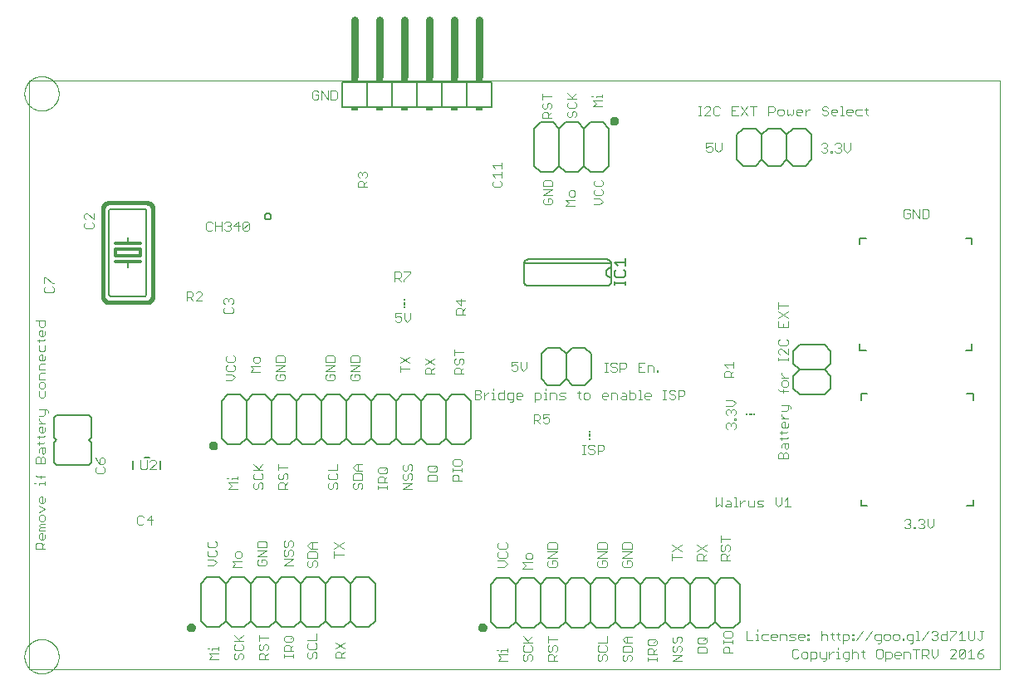
<source format=gto>
G75*
%MOIN*%
%OFA0B0*%
%FSLAX25Y25*%
%IPPOS*%
%LPD*%
%AMOC8*
5,1,8,0,0,1.08239X$1,22.5*
%
%ADD10C,0.00000*%
%ADD11C,0.00300*%
%ADD12C,0.01600*%
%ADD13C,0.00600*%
%ADD14C,0.03000*%
%ADD15R,0.03000X0.02000*%
%ADD16R,0.03000X0.01300*%
%ADD17C,0.00800*%
%ADD18C,0.01200*%
%ADD19R,0.00950X0.00591*%
%ADD20R,0.00950X0.01181*%
%ADD21R,0.00591X0.00950*%
%ADD22R,0.01181X0.00950*%
%ADD23C,0.00500*%
D10*
X0003500Y0003500D02*
X0003500Y0239720D01*
X0393264Y0239720D01*
X0393264Y0003500D01*
X0003500Y0003500D01*
X0001728Y0008618D02*
X0001730Y0008787D01*
X0001736Y0008956D01*
X0001747Y0009125D01*
X0001761Y0009293D01*
X0001780Y0009461D01*
X0001803Y0009629D01*
X0001829Y0009796D01*
X0001860Y0009962D01*
X0001895Y0010128D01*
X0001934Y0010292D01*
X0001978Y0010456D01*
X0002025Y0010618D01*
X0002076Y0010779D01*
X0002131Y0010939D01*
X0002190Y0011098D01*
X0002252Y0011255D01*
X0002319Y0011410D01*
X0002390Y0011564D01*
X0002464Y0011716D01*
X0002542Y0011866D01*
X0002623Y0012014D01*
X0002708Y0012160D01*
X0002797Y0012304D01*
X0002889Y0012446D01*
X0002985Y0012585D01*
X0003084Y0012722D01*
X0003186Y0012857D01*
X0003292Y0012989D01*
X0003401Y0013118D01*
X0003513Y0013245D01*
X0003628Y0013369D01*
X0003746Y0013490D01*
X0003867Y0013608D01*
X0003991Y0013723D01*
X0004118Y0013835D01*
X0004247Y0013944D01*
X0004379Y0014050D01*
X0004514Y0014152D01*
X0004651Y0014251D01*
X0004790Y0014347D01*
X0004932Y0014439D01*
X0005076Y0014528D01*
X0005222Y0014613D01*
X0005370Y0014694D01*
X0005520Y0014772D01*
X0005672Y0014846D01*
X0005826Y0014917D01*
X0005981Y0014984D01*
X0006138Y0015046D01*
X0006297Y0015105D01*
X0006457Y0015160D01*
X0006618Y0015211D01*
X0006780Y0015258D01*
X0006944Y0015302D01*
X0007108Y0015341D01*
X0007274Y0015376D01*
X0007440Y0015407D01*
X0007607Y0015433D01*
X0007775Y0015456D01*
X0007943Y0015475D01*
X0008111Y0015489D01*
X0008280Y0015500D01*
X0008449Y0015506D01*
X0008618Y0015508D01*
X0008787Y0015506D01*
X0008956Y0015500D01*
X0009125Y0015489D01*
X0009293Y0015475D01*
X0009461Y0015456D01*
X0009629Y0015433D01*
X0009796Y0015407D01*
X0009962Y0015376D01*
X0010128Y0015341D01*
X0010292Y0015302D01*
X0010456Y0015258D01*
X0010618Y0015211D01*
X0010779Y0015160D01*
X0010939Y0015105D01*
X0011098Y0015046D01*
X0011255Y0014984D01*
X0011410Y0014917D01*
X0011564Y0014846D01*
X0011716Y0014772D01*
X0011866Y0014694D01*
X0012014Y0014613D01*
X0012160Y0014528D01*
X0012304Y0014439D01*
X0012446Y0014347D01*
X0012585Y0014251D01*
X0012722Y0014152D01*
X0012857Y0014050D01*
X0012989Y0013944D01*
X0013118Y0013835D01*
X0013245Y0013723D01*
X0013369Y0013608D01*
X0013490Y0013490D01*
X0013608Y0013369D01*
X0013723Y0013245D01*
X0013835Y0013118D01*
X0013944Y0012989D01*
X0014050Y0012857D01*
X0014152Y0012722D01*
X0014251Y0012585D01*
X0014347Y0012446D01*
X0014439Y0012304D01*
X0014528Y0012160D01*
X0014613Y0012014D01*
X0014694Y0011866D01*
X0014772Y0011716D01*
X0014846Y0011564D01*
X0014917Y0011410D01*
X0014984Y0011255D01*
X0015046Y0011098D01*
X0015105Y0010939D01*
X0015160Y0010779D01*
X0015211Y0010618D01*
X0015258Y0010456D01*
X0015302Y0010292D01*
X0015341Y0010128D01*
X0015376Y0009962D01*
X0015407Y0009796D01*
X0015433Y0009629D01*
X0015456Y0009461D01*
X0015475Y0009293D01*
X0015489Y0009125D01*
X0015500Y0008956D01*
X0015506Y0008787D01*
X0015508Y0008618D01*
X0015506Y0008449D01*
X0015500Y0008280D01*
X0015489Y0008111D01*
X0015475Y0007943D01*
X0015456Y0007775D01*
X0015433Y0007607D01*
X0015407Y0007440D01*
X0015376Y0007274D01*
X0015341Y0007108D01*
X0015302Y0006944D01*
X0015258Y0006780D01*
X0015211Y0006618D01*
X0015160Y0006457D01*
X0015105Y0006297D01*
X0015046Y0006138D01*
X0014984Y0005981D01*
X0014917Y0005826D01*
X0014846Y0005672D01*
X0014772Y0005520D01*
X0014694Y0005370D01*
X0014613Y0005222D01*
X0014528Y0005076D01*
X0014439Y0004932D01*
X0014347Y0004790D01*
X0014251Y0004651D01*
X0014152Y0004514D01*
X0014050Y0004379D01*
X0013944Y0004247D01*
X0013835Y0004118D01*
X0013723Y0003991D01*
X0013608Y0003867D01*
X0013490Y0003746D01*
X0013369Y0003628D01*
X0013245Y0003513D01*
X0013118Y0003401D01*
X0012989Y0003292D01*
X0012857Y0003186D01*
X0012722Y0003084D01*
X0012585Y0002985D01*
X0012446Y0002889D01*
X0012304Y0002797D01*
X0012160Y0002708D01*
X0012014Y0002623D01*
X0011866Y0002542D01*
X0011716Y0002464D01*
X0011564Y0002390D01*
X0011410Y0002319D01*
X0011255Y0002252D01*
X0011098Y0002190D01*
X0010939Y0002131D01*
X0010779Y0002076D01*
X0010618Y0002025D01*
X0010456Y0001978D01*
X0010292Y0001934D01*
X0010128Y0001895D01*
X0009962Y0001860D01*
X0009796Y0001829D01*
X0009629Y0001803D01*
X0009461Y0001780D01*
X0009293Y0001761D01*
X0009125Y0001747D01*
X0008956Y0001736D01*
X0008787Y0001730D01*
X0008618Y0001728D01*
X0008449Y0001730D01*
X0008280Y0001736D01*
X0008111Y0001747D01*
X0007943Y0001761D01*
X0007775Y0001780D01*
X0007607Y0001803D01*
X0007440Y0001829D01*
X0007274Y0001860D01*
X0007108Y0001895D01*
X0006944Y0001934D01*
X0006780Y0001978D01*
X0006618Y0002025D01*
X0006457Y0002076D01*
X0006297Y0002131D01*
X0006138Y0002190D01*
X0005981Y0002252D01*
X0005826Y0002319D01*
X0005672Y0002390D01*
X0005520Y0002464D01*
X0005370Y0002542D01*
X0005222Y0002623D01*
X0005076Y0002708D01*
X0004932Y0002797D01*
X0004790Y0002889D01*
X0004651Y0002985D01*
X0004514Y0003084D01*
X0004379Y0003186D01*
X0004247Y0003292D01*
X0004118Y0003401D01*
X0003991Y0003513D01*
X0003867Y0003628D01*
X0003746Y0003746D01*
X0003628Y0003867D01*
X0003513Y0003991D01*
X0003401Y0004118D01*
X0003292Y0004247D01*
X0003186Y0004379D01*
X0003084Y0004514D01*
X0002985Y0004651D01*
X0002889Y0004790D01*
X0002797Y0004932D01*
X0002708Y0005076D01*
X0002623Y0005222D01*
X0002542Y0005370D01*
X0002464Y0005520D01*
X0002390Y0005672D01*
X0002319Y0005826D01*
X0002252Y0005981D01*
X0002190Y0006138D01*
X0002131Y0006297D01*
X0002076Y0006457D01*
X0002025Y0006618D01*
X0001978Y0006780D01*
X0001934Y0006944D01*
X0001895Y0007108D01*
X0001860Y0007274D01*
X0001829Y0007440D01*
X0001803Y0007607D01*
X0001780Y0007775D01*
X0001761Y0007943D01*
X0001747Y0008111D01*
X0001736Y0008280D01*
X0001730Y0008449D01*
X0001728Y0008618D01*
X0001728Y0234602D02*
X0001730Y0234771D01*
X0001736Y0234940D01*
X0001747Y0235109D01*
X0001761Y0235277D01*
X0001780Y0235445D01*
X0001803Y0235613D01*
X0001829Y0235780D01*
X0001860Y0235946D01*
X0001895Y0236112D01*
X0001934Y0236276D01*
X0001978Y0236440D01*
X0002025Y0236602D01*
X0002076Y0236763D01*
X0002131Y0236923D01*
X0002190Y0237082D01*
X0002252Y0237239D01*
X0002319Y0237394D01*
X0002390Y0237548D01*
X0002464Y0237700D01*
X0002542Y0237850D01*
X0002623Y0237998D01*
X0002708Y0238144D01*
X0002797Y0238288D01*
X0002889Y0238430D01*
X0002985Y0238569D01*
X0003084Y0238706D01*
X0003186Y0238841D01*
X0003292Y0238973D01*
X0003401Y0239102D01*
X0003513Y0239229D01*
X0003628Y0239353D01*
X0003746Y0239474D01*
X0003867Y0239592D01*
X0003991Y0239707D01*
X0004118Y0239819D01*
X0004247Y0239928D01*
X0004379Y0240034D01*
X0004514Y0240136D01*
X0004651Y0240235D01*
X0004790Y0240331D01*
X0004932Y0240423D01*
X0005076Y0240512D01*
X0005222Y0240597D01*
X0005370Y0240678D01*
X0005520Y0240756D01*
X0005672Y0240830D01*
X0005826Y0240901D01*
X0005981Y0240968D01*
X0006138Y0241030D01*
X0006297Y0241089D01*
X0006457Y0241144D01*
X0006618Y0241195D01*
X0006780Y0241242D01*
X0006944Y0241286D01*
X0007108Y0241325D01*
X0007274Y0241360D01*
X0007440Y0241391D01*
X0007607Y0241417D01*
X0007775Y0241440D01*
X0007943Y0241459D01*
X0008111Y0241473D01*
X0008280Y0241484D01*
X0008449Y0241490D01*
X0008618Y0241492D01*
X0008787Y0241490D01*
X0008956Y0241484D01*
X0009125Y0241473D01*
X0009293Y0241459D01*
X0009461Y0241440D01*
X0009629Y0241417D01*
X0009796Y0241391D01*
X0009962Y0241360D01*
X0010128Y0241325D01*
X0010292Y0241286D01*
X0010456Y0241242D01*
X0010618Y0241195D01*
X0010779Y0241144D01*
X0010939Y0241089D01*
X0011098Y0241030D01*
X0011255Y0240968D01*
X0011410Y0240901D01*
X0011564Y0240830D01*
X0011716Y0240756D01*
X0011866Y0240678D01*
X0012014Y0240597D01*
X0012160Y0240512D01*
X0012304Y0240423D01*
X0012446Y0240331D01*
X0012585Y0240235D01*
X0012722Y0240136D01*
X0012857Y0240034D01*
X0012989Y0239928D01*
X0013118Y0239819D01*
X0013245Y0239707D01*
X0013369Y0239592D01*
X0013490Y0239474D01*
X0013608Y0239353D01*
X0013723Y0239229D01*
X0013835Y0239102D01*
X0013944Y0238973D01*
X0014050Y0238841D01*
X0014152Y0238706D01*
X0014251Y0238569D01*
X0014347Y0238430D01*
X0014439Y0238288D01*
X0014528Y0238144D01*
X0014613Y0237998D01*
X0014694Y0237850D01*
X0014772Y0237700D01*
X0014846Y0237548D01*
X0014917Y0237394D01*
X0014984Y0237239D01*
X0015046Y0237082D01*
X0015105Y0236923D01*
X0015160Y0236763D01*
X0015211Y0236602D01*
X0015258Y0236440D01*
X0015302Y0236276D01*
X0015341Y0236112D01*
X0015376Y0235946D01*
X0015407Y0235780D01*
X0015433Y0235613D01*
X0015456Y0235445D01*
X0015475Y0235277D01*
X0015489Y0235109D01*
X0015500Y0234940D01*
X0015506Y0234771D01*
X0015508Y0234602D01*
X0015506Y0234433D01*
X0015500Y0234264D01*
X0015489Y0234095D01*
X0015475Y0233927D01*
X0015456Y0233759D01*
X0015433Y0233591D01*
X0015407Y0233424D01*
X0015376Y0233258D01*
X0015341Y0233092D01*
X0015302Y0232928D01*
X0015258Y0232764D01*
X0015211Y0232602D01*
X0015160Y0232441D01*
X0015105Y0232281D01*
X0015046Y0232122D01*
X0014984Y0231965D01*
X0014917Y0231810D01*
X0014846Y0231656D01*
X0014772Y0231504D01*
X0014694Y0231354D01*
X0014613Y0231206D01*
X0014528Y0231060D01*
X0014439Y0230916D01*
X0014347Y0230774D01*
X0014251Y0230635D01*
X0014152Y0230498D01*
X0014050Y0230363D01*
X0013944Y0230231D01*
X0013835Y0230102D01*
X0013723Y0229975D01*
X0013608Y0229851D01*
X0013490Y0229730D01*
X0013369Y0229612D01*
X0013245Y0229497D01*
X0013118Y0229385D01*
X0012989Y0229276D01*
X0012857Y0229170D01*
X0012722Y0229068D01*
X0012585Y0228969D01*
X0012446Y0228873D01*
X0012304Y0228781D01*
X0012160Y0228692D01*
X0012014Y0228607D01*
X0011866Y0228526D01*
X0011716Y0228448D01*
X0011564Y0228374D01*
X0011410Y0228303D01*
X0011255Y0228236D01*
X0011098Y0228174D01*
X0010939Y0228115D01*
X0010779Y0228060D01*
X0010618Y0228009D01*
X0010456Y0227962D01*
X0010292Y0227918D01*
X0010128Y0227879D01*
X0009962Y0227844D01*
X0009796Y0227813D01*
X0009629Y0227787D01*
X0009461Y0227764D01*
X0009293Y0227745D01*
X0009125Y0227731D01*
X0008956Y0227720D01*
X0008787Y0227714D01*
X0008618Y0227712D01*
X0008449Y0227714D01*
X0008280Y0227720D01*
X0008111Y0227731D01*
X0007943Y0227745D01*
X0007775Y0227764D01*
X0007607Y0227787D01*
X0007440Y0227813D01*
X0007274Y0227844D01*
X0007108Y0227879D01*
X0006944Y0227918D01*
X0006780Y0227962D01*
X0006618Y0228009D01*
X0006457Y0228060D01*
X0006297Y0228115D01*
X0006138Y0228174D01*
X0005981Y0228236D01*
X0005826Y0228303D01*
X0005672Y0228374D01*
X0005520Y0228448D01*
X0005370Y0228526D01*
X0005222Y0228607D01*
X0005076Y0228692D01*
X0004932Y0228781D01*
X0004790Y0228873D01*
X0004651Y0228969D01*
X0004514Y0229068D01*
X0004379Y0229170D01*
X0004247Y0229276D01*
X0004118Y0229385D01*
X0003991Y0229497D01*
X0003867Y0229612D01*
X0003746Y0229730D01*
X0003628Y0229851D01*
X0003513Y0229975D01*
X0003401Y0230102D01*
X0003292Y0230231D01*
X0003186Y0230363D01*
X0003084Y0230498D01*
X0002985Y0230635D01*
X0002889Y0230774D01*
X0002797Y0230916D01*
X0002708Y0231060D01*
X0002623Y0231206D01*
X0002542Y0231354D01*
X0002464Y0231504D01*
X0002390Y0231656D01*
X0002319Y0231810D01*
X0002252Y0231965D01*
X0002190Y0232122D01*
X0002131Y0232281D01*
X0002076Y0232441D01*
X0002025Y0232602D01*
X0001978Y0232764D01*
X0001934Y0232928D01*
X0001895Y0233092D01*
X0001860Y0233258D01*
X0001829Y0233424D01*
X0001803Y0233591D01*
X0001780Y0233759D01*
X0001761Y0233927D01*
X0001747Y0234095D01*
X0001736Y0234264D01*
X0001730Y0234433D01*
X0001728Y0234602D01*
D11*
X0026376Y0186578D02*
X0025759Y0185961D01*
X0025759Y0184727D01*
X0026376Y0184109D01*
X0026376Y0182895D02*
X0025759Y0182278D01*
X0025759Y0181043D01*
X0026376Y0180426D01*
X0028845Y0180426D01*
X0029462Y0181043D01*
X0029462Y0182278D01*
X0028845Y0182895D01*
X0029462Y0184109D02*
X0026993Y0186578D01*
X0026376Y0186578D01*
X0029462Y0186578D02*
X0029462Y0184109D01*
X0010365Y0160825D02*
X0012833Y0158356D01*
X0013450Y0158356D01*
X0012833Y0157142D02*
X0013450Y0156524D01*
X0013450Y0155290D01*
X0012833Y0154673D01*
X0010365Y0154673D01*
X0009747Y0155290D01*
X0009747Y0156524D01*
X0010365Y0157142D01*
X0009747Y0158356D02*
X0009747Y0160825D01*
X0010365Y0160825D01*
X0010031Y0143299D02*
X0006328Y0143299D01*
X0007562Y0143299D02*
X0007562Y0141447D01*
X0008179Y0140830D01*
X0009414Y0140830D01*
X0010031Y0141447D01*
X0010031Y0143299D01*
X0008797Y0139616D02*
X0008797Y0137147D01*
X0009414Y0137147D02*
X0008179Y0137147D01*
X0007562Y0137764D01*
X0007562Y0138998D01*
X0008179Y0139616D01*
X0008797Y0139616D01*
X0010031Y0138998D02*
X0010031Y0137764D01*
X0009414Y0137147D01*
X0010031Y0135926D02*
X0009414Y0135309D01*
X0006945Y0135309D01*
X0007562Y0135926D02*
X0007562Y0134691D01*
X0007562Y0133477D02*
X0007562Y0131625D01*
X0008179Y0131008D01*
X0009414Y0131008D01*
X0010031Y0131625D01*
X0010031Y0133477D01*
X0008797Y0129794D02*
X0008797Y0127325D01*
X0009414Y0127325D02*
X0008179Y0127325D01*
X0007562Y0127942D01*
X0007562Y0129177D01*
X0008179Y0129794D01*
X0008797Y0129794D01*
X0010031Y0129177D02*
X0010031Y0127942D01*
X0009414Y0127325D01*
X0010031Y0126111D02*
X0008179Y0126111D01*
X0007562Y0125494D01*
X0007562Y0123642D01*
X0010031Y0123642D01*
X0010031Y0122428D02*
X0008179Y0122428D01*
X0007562Y0121810D01*
X0007562Y0119959D01*
X0010031Y0119959D01*
X0009414Y0118744D02*
X0008179Y0118744D01*
X0007562Y0118127D01*
X0007562Y0116893D01*
X0008179Y0116276D01*
X0009414Y0116276D01*
X0010031Y0116893D01*
X0010031Y0118127D01*
X0009414Y0118744D01*
X0010031Y0115061D02*
X0010031Y0113210D01*
X0009414Y0112593D01*
X0008179Y0112593D01*
X0007562Y0113210D01*
X0007562Y0115061D01*
X0007562Y0107695D02*
X0010648Y0107695D01*
X0011265Y0107078D01*
X0011265Y0106461D01*
X0010031Y0105843D02*
X0010031Y0107695D01*
X0010031Y0105843D02*
X0009414Y0105226D01*
X0007562Y0105226D01*
X0007562Y0104009D02*
X0007562Y0103391D01*
X0008797Y0102157D01*
X0008797Y0100943D02*
X0008797Y0098474D01*
X0009414Y0098474D02*
X0008179Y0098474D01*
X0007562Y0099091D01*
X0007562Y0100325D01*
X0008179Y0100943D01*
X0008797Y0100943D01*
X0010031Y0100325D02*
X0010031Y0099091D01*
X0009414Y0098474D01*
X0010031Y0097253D02*
X0009414Y0096636D01*
X0006945Y0096636D01*
X0007562Y0097253D02*
X0007562Y0096018D01*
X0007562Y0094797D02*
X0007562Y0093563D01*
X0006945Y0094180D02*
X0009414Y0094180D01*
X0010031Y0094797D01*
X0010031Y0092349D02*
X0010031Y0090497D01*
X0009414Y0089880D01*
X0008797Y0090497D01*
X0008797Y0092349D01*
X0008179Y0092349D02*
X0010031Y0092349D01*
X0008179Y0092349D02*
X0007562Y0091731D01*
X0007562Y0090497D01*
X0007562Y0088665D02*
X0008179Y0088048D01*
X0008179Y0086197D01*
X0006328Y0086197D02*
X0010031Y0086197D01*
X0010031Y0088048D01*
X0009414Y0088665D01*
X0008797Y0088665D01*
X0008179Y0088048D01*
X0007562Y0088665D02*
X0006945Y0088665D01*
X0006328Y0088048D01*
X0006328Y0086197D01*
X0006328Y0081293D02*
X0006945Y0080675D01*
X0010031Y0080675D01*
X0010031Y0078837D02*
X0010031Y0077603D01*
X0010031Y0078220D02*
X0007562Y0078220D01*
X0007562Y0077603D01*
X0006328Y0078220D02*
X0005711Y0078220D01*
X0008179Y0080058D02*
X0008179Y0081293D01*
X0008179Y0072705D02*
X0007562Y0072088D01*
X0007562Y0070854D01*
X0008179Y0070236D01*
X0009414Y0070236D01*
X0010031Y0070854D01*
X0010031Y0072088D01*
X0008797Y0072705D02*
X0008797Y0070236D01*
X0007562Y0069022D02*
X0010031Y0067788D01*
X0007562Y0066553D01*
X0008179Y0065339D02*
X0007562Y0064722D01*
X0007562Y0063487D01*
X0008179Y0062870D01*
X0009414Y0062870D01*
X0010031Y0063487D01*
X0010031Y0064722D01*
X0009414Y0065339D01*
X0008179Y0065339D01*
X0008179Y0061656D02*
X0010031Y0061656D01*
X0010031Y0060421D02*
X0008179Y0060421D01*
X0007562Y0061039D01*
X0008179Y0061656D01*
X0008179Y0060421D02*
X0007562Y0059804D01*
X0007562Y0059187D01*
X0010031Y0059187D01*
X0008797Y0057973D02*
X0008797Y0055504D01*
X0009414Y0055504D02*
X0008179Y0055504D01*
X0007562Y0056121D01*
X0007562Y0057355D01*
X0008179Y0057973D01*
X0008797Y0057973D01*
X0010031Y0057355D02*
X0010031Y0056121D01*
X0009414Y0055504D01*
X0010031Y0054289D02*
X0008797Y0053055D01*
X0008797Y0053672D02*
X0008797Y0051821D01*
X0010031Y0051821D02*
X0006328Y0051821D01*
X0006328Y0053672D01*
X0006945Y0054289D01*
X0008179Y0054289D01*
X0008797Y0053672D01*
X0008797Y0072705D02*
X0008179Y0072705D01*
X0030227Y0082781D02*
X0030844Y0082164D01*
X0033313Y0082164D01*
X0033930Y0082781D01*
X0033930Y0084015D01*
X0033313Y0084633D01*
X0033313Y0085847D02*
X0033930Y0086464D01*
X0033930Y0087699D01*
X0033313Y0088316D01*
X0032696Y0088316D01*
X0032079Y0087699D01*
X0032079Y0085847D01*
X0033313Y0085847D01*
X0032079Y0085847D02*
X0030844Y0087081D01*
X0030227Y0088316D01*
X0030844Y0084633D02*
X0030227Y0084015D01*
X0030227Y0082781D01*
X0048348Y0084274D02*
X0048965Y0083657D01*
X0050200Y0083657D01*
X0050817Y0084274D01*
X0050817Y0087360D01*
X0052031Y0086743D02*
X0052648Y0087360D01*
X0053883Y0087360D01*
X0054500Y0086743D01*
X0054500Y0086125D01*
X0052031Y0083657D01*
X0054500Y0083657D01*
X0048348Y0084274D02*
X0048348Y0087360D01*
X0048946Y0065244D02*
X0047712Y0065244D01*
X0047095Y0064627D01*
X0047095Y0062158D01*
X0047712Y0061541D01*
X0048946Y0061541D01*
X0049563Y0062158D01*
X0050778Y0063393D02*
X0053246Y0063393D01*
X0052629Y0065244D02*
X0052629Y0061541D01*
X0050778Y0063393D02*
X0052629Y0065244D01*
X0049563Y0064627D02*
X0048946Y0065244D01*
X0075125Y0054328D02*
X0075125Y0053093D01*
X0075742Y0052476D01*
X0078211Y0052476D01*
X0078828Y0053093D01*
X0078828Y0054328D01*
X0078211Y0054945D01*
X0075742Y0054945D02*
X0075125Y0054328D01*
X0075742Y0051262D02*
X0075125Y0050645D01*
X0075125Y0049410D01*
X0075742Y0048793D01*
X0078211Y0048793D01*
X0078828Y0049410D01*
X0078828Y0050645D01*
X0078211Y0051262D01*
X0077594Y0047579D02*
X0075125Y0047579D01*
X0077594Y0047579D02*
X0078828Y0046344D01*
X0077594Y0045110D01*
X0075125Y0045110D01*
X0085125Y0044480D02*
X0086359Y0045714D01*
X0085125Y0046949D01*
X0088828Y0046949D01*
X0088211Y0048163D02*
X0086976Y0048163D01*
X0086359Y0048780D01*
X0086359Y0050015D01*
X0086976Y0050632D01*
X0088211Y0050632D01*
X0088828Y0050015D01*
X0088828Y0048780D01*
X0088211Y0048163D01*
X0095125Y0048793D02*
X0098828Y0051262D01*
X0095125Y0051262D01*
X0095125Y0052476D02*
X0095125Y0054328D01*
X0095742Y0054945D01*
X0098211Y0054945D01*
X0098828Y0054328D01*
X0098828Y0052476D01*
X0095125Y0052476D01*
X0095125Y0048793D02*
X0098828Y0048793D01*
X0098211Y0047579D02*
X0096976Y0047579D01*
X0096976Y0046344D01*
X0095742Y0045110D02*
X0098211Y0045110D01*
X0098828Y0045727D01*
X0098828Y0046962D01*
X0098211Y0047579D01*
X0095742Y0047579D02*
X0095125Y0046962D01*
X0095125Y0045727D01*
X0095742Y0045110D01*
X0088828Y0044480D02*
X0085125Y0044480D01*
X0105806Y0045210D02*
X0109509Y0047679D01*
X0105806Y0047679D01*
X0106423Y0048893D02*
X0107041Y0048893D01*
X0107658Y0049511D01*
X0107658Y0050745D01*
X0108275Y0051362D01*
X0108892Y0051362D01*
X0109509Y0050745D01*
X0109509Y0049511D01*
X0108892Y0048893D01*
X0106423Y0048893D02*
X0105806Y0049511D01*
X0105806Y0050745D01*
X0106423Y0051362D01*
X0106423Y0052577D02*
X0107041Y0052577D01*
X0107658Y0053194D01*
X0107658Y0054428D01*
X0108275Y0055045D01*
X0108892Y0055045D01*
X0109509Y0054428D01*
X0109509Y0053194D01*
X0108892Y0052577D01*
X0106423Y0052577D02*
X0105806Y0053194D01*
X0105806Y0054428D01*
X0106423Y0055045D01*
X0115432Y0053162D02*
X0116666Y0054396D01*
X0119135Y0054396D01*
X0117284Y0054396D02*
X0117284Y0051927D01*
X0116666Y0051927D02*
X0115432Y0053162D01*
X0116666Y0051927D02*
X0119135Y0051927D01*
X0118518Y0050713D02*
X0119135Y0050096D01*
X0119135Y0048244D01*
X0115432Y0048244D01*
X0115432Y0050096D01*
X0116049Y0050713D01*
X0118518Y0050713D01*
X0118518Y0047030D02*
X0119135Y0046412D01*
X0119135Y0045178D01*
X0118518Y0044561D01*
X0117284Y0045178D02*
X0117284Y0046412D01*
X0117901Y0047030D01*
X0118518Y0047030D01*
X0117284Y0045178D02*
X0116666Y0044561D01*
X0116049Y0044561D01*
X0115432Y0045178D01*
X0115432Y0046412D01*
X0116049Y0047030D01*
X0109509Y0045210D02*
X0105806Y0045210D01*
X0126095Y0048201D02*
X0126095Y0050669D01*
X0126095Y0051884D02*
X0129798Y0054352D01*
X0129798Y0051884D02*
X0126095Y0054352D01*
X0126095Y0049435D02*
X0129798Y0049435D01*
X0126772Y0075954D02*
X0127390Y0076571D01*
X0127390Y0077805D01*
X0126772Y0078423D01*
X0126155Y0078423D01*
X0125538Y0077805D01*
X0125538Y0076571D01*
X0124921Y0075954D01*
X0124304Y0075954D01*
X0123686Y0076571D01*
X0123686Y0077805D01*
X0124304Y0078423D01*
X0124304Y0079637D02*
X0126772Y0079637D01*
X0127390Y0080254D01*
X0127390Y0081489D01*
X0126772Y0082106D01*
X0127390Y0083320D02*
X0123686Y0083320D01*
X0124304Y0082106D02*
X0123686Y0081489D01*
X0123686Y0080254D01*
X0124304Y0079637D01*
X0127390Y0083320D02*
X0127390Y0085789D01*
X0133686Y0084417D02*
X0134921Y0085651D01*
X0137390Y0085651D01*
X0135538Y0085651D02*
X0135538Y0083182D01*
X0134921Y0083182D02*
X0133686Y0084417D01*
X0134921Y0083182D02*
X0137390Y0083182D01*
X0136772Y0081968D02*
X0134304Y0081968D01*
X0133686Y0081351D01*
X0133686Y0079499D01*
X0137390Y0079499D01*
X0137390Y0081351D01*
X0136772Y0081968D01*
X0136772Y0078285D02*
X0137390Y0077668D01*
X0137390Y0076433D01*
X0136772Y0075816D01*
X0135538Y0076433D02*
X0135538Y0077668D01*
X0136155Y0078285D01*
X0136772Y0078285D01*
X0135538Y0076433D02*
X0134921Y0075816D01*
X0134304Y0075816D01*
X0133686Y0076433D01*
X0133686Y0077668D01*
X0134304Y0078285D01*
X0143686Y0078409D02*
X0143686Y0080261D01*
X0144304Y0080878D01*
X0145538Y0080878D01*
X0146155Y0080261D01*
X0146155Y0078409D01*
X0147390Y0078409D02*
X0143686Y0078409D01*
X0143686Y0077188D02*
X0143686Y0075954D01*
X0143686Y0076571D02*
X0147390Y0076571D01*
X0147390Y0075954D02*
X0147390Y0077188D01*
X0146155Y0079644D02*
X0147390Y0080878D01*
X0146772Y0082092D02*
X0147390Y0082710D01*
X0147390Y0083944D01*
X0146772Y0084561D01*
X0144304Y0084561D01*
X0143686Y0083944D01*
X0143686Y0082710D01*
X0144304Y0082092D01*
X0146772Y0082092D01*
X0146155Y0083327D02*
X0147390Y0084561D01*
X0153686Y0085034D02*
X0154304Y0085651D01*
X0153686Y0085034D02*
X0153686Y0083799D01*
X0154304Y0083182D01*
X0154921Y0083182D01*
X0155538Y0083799D01*
X0155538Y0085034D01*
X0156155Y0085651D01*
X0156772Y0085651D01*
X0157390Y0085034D01*
X0157390Y0083799D01*
X0156772Y0083182D01*
X0156772Y0081968D02*
X0157390Y0081351D01*
X0157390Y0080116D01*
X0156772Y0079499D01*
X0157390Y0078285D02*
X0153686Y0078285D01*
X0154304Y0079499D02*
X0154921Y0079499D01*
X0155538Y0080116D01*
X0155538Y0081351D01*
X0156155Y0081968D01*
X0156772Y0081968D01*
X0154304Y0081968D02*
X0153686Y0081351D01*
X0153686Y0080116D01*
X0154304Y0079499D01*
X0157390Y0078285D02*
X0153686Y0075816D01*
X0157390Y0075816D01*
X0163686Y0079123D02*
X0163686Y0080975D01*
X0164304Y0081592D01*
X0166772Y0081592D01*
X0167390Y0080975D01*
X0167390Y0079123D01*
X0163686Y0079123D01*
X0164304Y0082806D02*
X0163686Y0083423D01*
X0163686Y0084658D01*
X0164304Y0085275D01*
X0166772Y0085275D01*
X0167390Y0084658D01*
X0167390Y0083423D01*
X0166772Y0082806D01*
X0164304Y0082806D01*
X0166155Y0084041D02*
X0167390Y0085275D01*
X0173515Y0085879D02*
X0174132Y0085262D01*
X0176601Y0085262D01*
X0177218Y0085879D01*
X0177218Y0087113D01*
X0176601Y0087730D01*
X0174132Y0087730D01*
X0173515Y0087113D01*
X0173515Y0085879D01*
X0173515Y0084041D02*
X0173515Y0082806D01*
X0173515Y0083423D02*
X0177218Y0083423D01*
X0177218Y0082806D02*
X0177218Y0084041D01*
X0175367Y0081592D02*
X0174132Y0081592D01*
X0173515Y0080975D01*
X0173515Y0079123D01*
X0177218Y0079123D01*
X0175984Y0079123D02*
X0175984Y0080975D01*
X0175367Y0081592D01*
X0206199Y0102194D02*
X0206199Y0105897D01*
X0208051Y0105897D01*
X0208668Y0105280D01*
X0208668Y0104045D01*
X0208051Y0103428D01*
X0206199Y0103428D01*
X0207434Y0103428D02*
X0208668Y0102194D01*
X0209883Y0102811D02*
X0210500Y0102194D01*
X0211734Y0102194D01*
X0212351Y0102811D01*
X0212351Y0104045D01*
X0211734Y0104662D01*
X0211117Y0104662D01*
X0209883Y0104045D01*
X0209883Y0105897D01*
X0212351Y0105897D01*
X0212643Y0111883D02*
X0212643Y0114352D01*
X0214495Y0114352D01*
X0215112Y0113735D01*
X0215112Y0111883D01*
X0216326Y0111883D02*
X0218178Y0111883D01*
X0218795Y0112500D01*
X0218178Y0113117D01*
X0216944Y0113117D01*
X0216326Y0113735D01*
X0216944Y0114352D01*
X0218795Y0114352D01*
X0223693Y0114352D02*
X0224927Y0114352D01*
X0224310Y0114969D02*
X0224310Y0112500D01*
X0224927Y0111883D01*
X0226148Y0112500D02*
X0226765Y0111883D01*
X0228000Y0111883D01*
X0228617Y0112500D01*
X0228617Y0113735D01*
X0228000Y0114352D01*
X0226765Y0114352D01*
X0226148Y0113735D01*
X0226148Y0112500D01*
X0233514Y0112500D02*
X0233514Y0113735D01*
X0234132Y0114352D01*
X0235366Y0114352D01*
X0235983Y0113735D01*
X0235983Y0113117D01*
X0233514Y0113117D01*
X0233514Y0112500D02*
X0234132Y0111883D01*
X0235366Y0111883D01*
X0237198Y0111883D02*
X0237198Y0114352D01*
X0239049Y0114352D01*
X0239666Y0113735D01*
X0239666Y0111883D01*
X0240881Y0112500D02*
X0241498Y0111883D01*
X0243350Y0111883D01*
X0243350Y0113735D01*
X0242732Y0114352D01*
X0241498Y0114352D01*
X0241498Y0113117D02*
X0243350Y0113117D01*
X0244564Y0111883D02*
X0246415Y0111883D01*
X0247033Y0112500D01*
X0247033Y0113735D01*
X0246415Y0114352D01*
X0244564Y0114352D01*
X0244564Y0115586D02*
X0244564Y0111883D01*
X0241498Y0113117D02*
X0240881Y0112500D01*
X0248247Y0111883D02*
X0249481Y0111883D01*
X0248864Y0111883D02*
X0248864Y0115586D01*
X0248247Y0115586D01*
X0250702Y0113735D02*
X0251320Y0114352D01*
X0252554Y0114352D01*
X0253171Y0113735D01*
X0253171Y0113117D01*
X0250702Y0113117D01*
X0250702Y0112500D02*
X0250702Y0113735D01*
X0250702Y0112500D02*
X0251320Y0111883D01*
X0252554Y0111883D01*
X0258069Y0111883D02*
X0259303Y0111883D01*
X0258686Y0111883D02*
X0258686Y0115586D01*
X0258069Y0115586D02*
X0259303Y0115586D01*
X0260524Y0114969D02*
X0260524Y0114352D01*
X0261141Y0113735D01*
X0262376Y0113735D01*
X0262993Y0113117D01*
X0262993Y0112500D01*
X0262376Y0111883D01*
X0261141Y0111883D01*
X0260524Y0112500D01*
X0260524Y0114969D02*
X0261141Y0115586D01*
X0262376Y0115586D01*
X0262993Y0114969D01*
X0264207Y0115586D02*
X0266059Y0115586D01*
X0266676Y0114969D01*
X0266676Y0113735D01*
X0266059Y0113117D01*
X0264207Y0113117D01*
X0264207Y0111883D02*
X0264207Y0115586D01*
X0256098Y0122883D02*
X0255481Y0122883D01*
X0255481Y0123500D01*
X0256098Y0123500D01*
X0256098Y0122883D01*
X0254266Y0122883D02*
X0254266Y0124734D01*
X0253649Y0125352D01*
X0251797Y0125352D01*
X0251797Y0122883D01*
X0250583Y0122883D02*
X0248114Y0122883D01*
X0248114Y0126586D01*
X0250583Y0126586D01*
X0249349Y0124734D02*
X0248114Y0124734D01*
X0243217Y0124734D02*
X0243217Y0125969D01*
X0242600Y0126586D01*
X0240748Y0126586D01*
X0240748Y0122883D01*
X0240748Y0124117D02*
X0242600Y0124117D01*
X0243217Y0124734D01*
X0239534Y0124117D02*
X0239534Y0123500D01*
X0238916Y0122883D01*
X0237682Y0122883D01*
X0237065Y0123500D01*
X0235844Y0122883D02*
X0234609Y0122883D01*
X0235227Y0122883D02*
X0235227Y0126586D01*
X0235844Y0126586D02*
X0234609Y0126586D01*
X0237065Y0125969D02*
X0237065Y0125352D01*
X0237682Y0124734D01*
X0238916Y0124734D01*
X0239534Y0124117D01*
X0239534Y0125969D02*
X0238916Y0126586D01*
X0237682Y0126586D01*
X0237065Y0125969D01*
X0210805Y0116203D02*
X0210805Y0115586D01*
X0210805Y0114352D02*
X0210188Y0114352D01*
X0210805Y0114352D02*
X0210805Y0111883D01*
X0210188Y0111883D02*
X0211422Y0111883D01*
X0208974Y0112500D02*
X0208356Y0111883D01*
X0206505Y0111883D01*
X0206505Y0110649D02*
X0206505Y0114352D01*
X0208356Y0114352D01*
X0208974Y0113735D01*
X0208974Y0112500D01*
X0201607Y0113117D02*
X0199138Y0113117D01*
X0199138Y0112500D02*
X0199138Y0113735D01*
X0199756Y0114352D01*
X0200990Y0114352D01*
X0201607Y0113735D01*
X0201607Y0113117D01*
X0200990Y0111883D02*
X0199756Y0111883D01*
X0199138Y0112500D01*
X0197924Y0111883D02*
X0196073Y0111883D01*
X0195455Y0112500D01*
X0195455Y0113735D01*
X0196073Y0114352D01*
X0197924Y0114352D01*
X0197924Y0111266D01*
X0197307Y0110649D01*
X0196690Y0110649D01*
X0194241Y0111883D02*
X0192389Y0111883D01*
X0191772Y0112500D01*
X0191772Y0113735D01*
X0192389Y0114352D01*
X0194241Y0114352D01*
X0194241Y0115586D02*
X0194241Y0111883D01*
X0190551Y0111883D02*
X0189317Y0111883D01*
X0189934Y0111883D02*
X0189934Y0114352D01*
X0189317Y0114352D01*
X0188099Y0114352D02*
X0187482Y0114352D01*
X0186247Y0113117D01*
X0185033Y0113117D02*
X0185033Y0112500D01*
X0184416Y0111883D01*
X0182564Y0111883D01*
X0182564Y0115586D01*
X0184416Y0115586D01*
X0185033Y0114969D01*
X0185033Y0114352D01*
X0184416Y0113735D01*
X0182564Y0113735D01*
X0184416Y0113735D02*
X0185033Y0113117D01*
X0186247Y0111883D02*
X0186247Y0114352D01*
X0189934Y0115586D02*
X0189934Y0116203D01*
X0197179Y0123815D02*
X0197796Y0123198D01*
X0199030Y0123198D01*
X0199648Y0123815D01*
X0199648Y0125049D01*
X0199030Y0125666D01*
X0198413Y0125666D01*
X0197179Y0125049D01*
X0197179Y0126901D01*
X0199648Y0126901D01*
X0200862Y0126901D02*
X0200862Y0124432D01*
X0202096Y0123198D01*
X0203331Y0124432D01*
X0203331Y0126901D01*
X0178039Y0126401D02*
X0177422Y0125784D01*
X0178039Y0126401D02*
X0178039Y0127636D01*
X0177422Y0128253D01*
X0176805Y0128253D01*
X0176187Y0127636D01*
X0176187Y0126401D01*
X0175570Y0125784D01*
X0174953Y0125784D01*
X0174336Y0126401D01*
X0174336Y0127636D01*
X0174953Y0128253D01*
X0174336Y0129467D02*
X0174336Y0131936D01*
X0174336Y0130702D02*
X0178039Y0130702D01*
X0178039Y0124570D02*
X0176805Y0123335D01*
X0176805Y0123953D02*
X0176805Y0122101D01*
X0178039Y0122101D02*
X0174336Y0122101D01*
X0174336Y0123953D01*
X0174953Y0124570D01*
X0176187Y0124570D01*
X0176805Y0123953D01*
X0166219Y0124570D02*
X0164985Y0123335D01*
X0164985Y0123953D02*
X0164985Y0122101D01*
X0166219Y0122101D02*
X0162516Y0122101D01*
X0162516Y0123953D01*
X0163133Y0124570D01*
X0164368Y0124570D01*
X0164985Y0123953D01*
X0166219Y0125784D02*
X0162516Y0128253D01*
X0162516Y0125784D02*
X0166219Y0128253D01*
X0156219Y0128922D02*
X0152516Y0126454D01*
X0152516Y0125239D02*
X0152516Y0122770D01*
X0152516Y0124005D02*
X0156219Y0124005D01*
X0156219Y0126454D02*
X0152516Y0128922D01*
X0136219Y0128681D02*
X0136219Y0126830D01*
X0132516Y0126830D01*
X0132516Y0128681D01*
X0133133Y0129298D01*
X0135602Y0129298D01*
X0136219Y0128681D01*
X0136219Y0125615D02*
X0132516Y0125615D01*
X0132516Y0123146D02*
X0136219Y0125615D01*
X0136219Y0123146D02*
X0132516Y0123146D01*
X0133133Y0121932D02*
X0132516Y0121315D01*
X0132516Y0120080D01*
X0133133Y0119463D01*
X0135602Y0119463D01*
X0136219Y0120080D01*
X0136219Y0121315D01*
X0135602Y0121932D01*
X0134368Y0121932D01*
X0134368Y0120698D01*
X0126219Y0121315D02*
X0125602Y0121932D01*
X0124368Y0121932D01*
X0124368Y0120698D01*
X0123133Y0121932D02*
X0122516Y0121315D01*
X0122516Y0120080D01*
X0123133Y0119463D01*
X0125602Y0119463D01*
X0126219Y0120080D01*
X0126219Y0121315D01*
X0126219Y0123146D02*
X0122516Y0123146D01*
X0126219Y0125615D01*
X0122516Y0125615D01*
X0122516Y0126830D02*
X0122516Y0128681D01*
X0123133Y0129298D01*
X0125602Y0129298D01*
X0126219Y0128681D01*
X0126219Y0126830D01*
X0122516Y0126830D01*
X0106219Y0126830D02*
X0106219Y0128681D01*
X0105602Y0129298D01*
X0103133Y0129298D01*
X0102516Y0128681D01*
X0102516Y0126830D01*
X0106219Y0126830D01*
X0106219Y0125615D02*
X0102516Y0125615D01*
X0102516Y0123146D02*
X0106219Y0125615D01*
X0106219Y0123146D02*
X0102516Y0123146D01*
X0103133Y0121932D02*
X0102516Y0121315D01*
X0102516Y0120080D01*
X0103133Y0119463D01*
X0105602Y0119463D01*
X0106219Y0120080D01*
X0106219Y0121315D01*
X0105602Y0121932D01*
X0104368Y0121932D01*
X0104368Y0120698D01*
X0096219Y0122770D02*
X0092516Y0122770D01*
X0093751Y0124005D01*
X0092516Y0125239D01*
X0096219Y0125239D01*
X0095602Y0126454D02*
X0094368Y0126454D01*
X0093751Y0127071D01*
X0093751Y0128305D01*
X0094368Y0128922D01*
X0095602Y0128922D01*
X0096219Y0128305D01*
X0096219Y0127071D01*
X0095602Y0126454D01*
X0086219Y0127447D02*
X0086219Y0128681D01*
X0085602Y0129298D01*
X0086219Y0127447D02*
X0085602Y0126830D01*
X0083133Y0126830D01*
X0082516Y0127447D01*
X0082516Y0128681D01*
X0083133Y0129298D01*
X0083133Y0125615D02*
X0082516Y0124998D01*
X0082516Y0123764D01*
X0083133Y0123146D01*
X0085602Y0123146D01*
X0086219Y0123764D01*
X0086219Y0124998D01*
X0085602Y0125615D01*
X0084985Y0121932D02*
X0082516Y0121932D01*
X0082516Y0119463D02*
X0084985Y0119463D01*
X0086219Y0120698D01*
X0084985Y0121932D01*
X0084829Y0146309D02*
X0082360Y0146309D01*
X0081743Y0146926D01*
X0081743Y0148160D01*
X0082360Y0148777D01*
X0082360Y0149992D02*
X0081743Y0150609D01*
X0081743Y0151843D01*
X0082360Y0152461D01*
X0082977Y0152461D01*
X0083594Y0151843D01*
X0084212Y0152461D01*
X0084829Y0152461D01*
X0085446Y0151843D01*
X0085446Y0150609D01*
X0084829Y0149992D01*
X0084829Y0148777D02*
X0085446Y0148160D01*
X0085446Y0146926D01*
X0084829Y0146309D01*
X0083594Y0151226D02*
X0083594Y0151843D01*
X0073037Y0151484D02*
X0070568Y0151484D01*
X0073037Y0153952D01*
X0073037Y0154569D01*
X0072420Y0155187D01*
X0071185Y0155187D01*
X0070568Y0154569D01*
X0069354Y0154569D02*
X0069354Y0153335D01*
X0068737Y0152718D01*
X0066885Y0152718D01*
X0068119Y0152718D02*
X0069354Y0151484D01*
X0066885Y0151484D02*
X0066885Y0155187D01*
X0068737Y0155187D01*
X0069354Y0154569D01*
X0075318Y0179459D02*
X0076552Y0179459D01*
X0077169Y0180076D01*
X0078383Y0179459D02*
X0078383Y0183162D01*
X0077169Y0182545D02*
X0076552Y0183162D01*
X0075318Y0183162D01*
X0074700Y0182545D01*
X0074700Y0180076D01*
X0075318Y0179459D01*
X0078383Y0181310D02*
X0080852Y0181310D01*
X0082067Y0180076D02*
X0082684Y0179459D01*
X0083918Y0179459D01*
X0084535Y0180076D01*
X0084535Y0180693D01*
X0083918Y0181310D01*
X0083301Y0181310D01*
X0083918Y0181310D02*
X0084535Y0181927D01*
X0084535Y0182545D01*
X0083918Y0183162D01*
X0082684Y0183162D01*
X0082067Y0182545D01*
X0080852Y0183162D02*
X0080852Y0179459D01*
X0085750Y0181310D02*
X0088219Y0181310D01*
X0089433Y0180076D02*
X0089433Y0182545D01*
X0090050Y0183162D01*
X0091284Y0183162D01*
X0091902Y0182545D01*
X0089433Y0180076D01*
X0090050Y0179459D01*
X0091284Y0179459D01*
X0091902Y0180076D01*
X0091902Y0182545D01*
X0087601Y0183162D02*
X0087601Y0179459D01*
X0085750Y0181310D02*
X0087601Y0183162D01*
X0135523Y0197016D02*
X0135523Y0198867D01*
X0136140Y0199485D01*
X0137374Y0199485D01*
X0137991Y0198867D01*
X0137991Y0197016D01*
X0137991Y0198250D02*
X0139226Y0199485D01*
X0138609Y0200699D02*
X0139226Y0201316D01*
X0139226Y0202550D01*
X0138609Y0203168D01*
X0137991Y0203168D01*
X0137374Y0202550D01*
X0137374Y0201933D01*
X0137374Y0202550D02*
X0136757Y0203168D01*
X0136140Y0203168D01*
X0135523Y0202550D01*
X0135523Y0201316D01*
X0136140Y0200699D01*
X0135523Y0197016D02*
X0139226Y0197016D01*
X0150405Y0162991D02*
X0152257Y0162991D01*
X0152874Y0162374D01*
X0152874Y0161140D01*
X0152257Y0160522D01*
X0150405Y0160522D01*
X0150405Y0159288D02*
X0150405Y0162991D01*
X0151640Y0160522D02*
X0152874Y0159288D01*
X0154089Y0159288D02*
X0154089Y0159905D01*
X0156557Y0162374D01*
X0156557Y0162991D01*
X0154089Y0162991D01*
X0175061Y0151464D02*
X0176913Y0149612D01*
X0176913Y0152081D01*
X0178764Y0151464D02*
X0175061Y0151464D01*
X0175678Y0148398D02*
X0176913Y0148398D01*
X0177530Y0147781D01*
X0177530Y0145929D01*
X0178764Y0145929D02*
X0175061Y0145929D01*
X0175061Y0147781D01*
X0175678Y0148398D01*
X0177530Y0147163D02*
X0178764Y0148398D01*
X0156647Y0146510D02*
X0156647Y0144041D01*
X0155413Y0142806D01*
X0154178Y0144041D01*
X0154178Y0146510D01*
X0152964Y0146510D02*
X0150495Y0146510D01*
X0150495Y0144658D01*
X0151729Y0145275D01*
X0152347Y0145275D01*
X0152964Y0144658D01*
X0152964Y0143424D01*
X0152347Y0142806D01*
X0151112Y0142806D01*
X0150495Y0143424D01*
X0209955Y0190663D02*
X0210572Y0190046D01*
X0213041Y0190046D01*
X0213658Y0190663D01*
X0213658Y0191897D01*
X0213041Y0192515D01*
X0211806Y0192515D01*
X0211806Y0191280D01*
X0210572Y0192515D02*
X0209955Y0191897D01*
X0209955Y0190663D01*
X0209955Y0193729D02*
X0213658Y0196198D01*
X0209955Y0196198D01*
X0209955Y0197412D02*
X0209955Y0199264D01*
X0210572Y0199881D01*
X0213041Y0199881D01*
X0213658Y0199264D01*
X0213658Y0197412D01*
X0209955Y0197412D01*
X0209955Y0193729D02*
X0213658Y0193729D01*
X0219020Y0191955D02*
X0220255Y0190721D01*
X0219020Y0189487D01*
X0222724Y0189487D01*
X0222724Y0191955D02*
X0219020Y0191955D01*
X0220255Y0193787D02*
X0220872Y0193170D01*
X0222106Y0193170D01*
X0222724Y0193787D01*
X0222724Y0195021D01*
X0222106Y0195639D01*
X0220872Y0195639D01*
X0220255Y0195021D01*
X0220255Y0193787D01*
X0230266Y0194346D02*
X0230883Y0193729D01*
X0233352Y0193729D01*
X0233969Y0194346D01*
X0233969Y0195581D01*
X0233352Y0196198D01*
X0233352Y0197412D02*
X0233969Y0198029D01*
X0233969Y0199264D01*
X0233352Y0199881D01*
X0230883Y0199881D02*
X0230266Y0199264D01*
X0230266Y0198029D01*
X0230883Y0197412D01*
X0233352Y0197412D01*
X0230883Y0196198D02*
X0230266Y0195581D01*
X0230266Y0194346D01*
X0230266Y0192515D02*
X0232735Y0192515D01*
X0233969Y0191280D01*
X0232735Y0190046D01*
X0230266Y0190046D01*
X0193224Y0197664D02*
X0192606Y0197047D01*
X0190138Y0197047D01*
X0189520Y0197664D01*
X0189520Y0198898D01*
X0190138Y0199515D01*
X0190755Y0200730D02*
X0189520Y0201964D01*
X0193224Y0201964D01*
X0193224Y0200730D02*
X0193224Y0203199D01*
X0193224Y0204413D02*
X0193224Y0206882D01*
X0193224Y0205647D02*
X0189520Y0205647D01*
X0190755Y0204413D01*
X0192606Y0199515D02*
X0193224Y0198898D01*
X0193224Y0197664D01*
X0209605Y0224728D02*
X0209605Y0226579D01*
X0210222Y0227197D01*
X0211457Y0227197D01*
X0212074Y0226579D01*
X0212074Y0224728D01*
X0213308Y0224728D02*
X0209605Y0224728D01*
X0212074Y0225962D02*
X0213308Y0227197D01*
X0212691Y0228411D02*
X0213308Y0229028D01*
X0213308Y0230263D01*
X0212691Y0230880D01*
X0212074Y0230880D01*
X0211457Y0230263D01*
X0211457Y0229028D01*
X0210839Y0228411D01*
X0210222Y0228411D01*
X0209605Y0229028D01*
X0209605Y0230263D01*
X0210222Y0230880D01*
X0209605Y0232094D02*
X0209605Y0234563D01*
X0209605Y0233328D02*
X0213308Y0233328D01*
X0219605Y0232406D02*
X0223308Y0232406D01*
X0222074Y0232406D02*
X0219605Y0234875D01*
X0221457Y0233023D02*
X0223308Y0234875D01*
X0229299Y0233627D02*
X0229916Y0233627D01*
X0231151Y0233627D02*
X0233619Y0233627D01*
X0233619Y0233010D02*
X0233619Y0234244D01*
X0233619Y0231796D02*
X0229916Y0231796D01*
X0231151Y0230561D01*
X0229916Y0229327D01*
X0233619Y0229327D01*
X0231151Y0233010D02*
X0231151Y0233627D01*
X0223308Y0230574D02*
X0222691Y0231191D01*
X0223308Y0230574D02*
X0223308Y0229340D01*
X0222691Y0228723D01*
X0220222Y0228723D01*
X0219605Y0229340D01*
X0219605Y0230574D01*
X0220222Y0231191D01*
X0220222Y0227508D02*
X0219605Y0226891D01*
X0219605Y0225657D01*
X0220222Y0225040D01*
X0220839Y0225040D01*
X0221457Y0225657D01*
X0221457Y0226891D01*
X0222074Y0227508D01*
X0222691Y0227508D01*
X0223308Y0226891D01*
X0223308Y0225657D01*
X0222691Y0225040D01*
X0272177Y0225826D02*
X0273412Y0225826D01*
X0272795Y0225826D02*
X0272795Y0229529D01*
X0273412Y0229529D02*
X0272177Y0229529D01*
X0274633Y0228912D02*
X0275250Y0229529D01*
X0276484Y0229529D01*
X0277102Y0228912D01*
X0277102Y0228295D01*
X0274633Y0225826D01*
X0277102Y0225826D01*
X0278316Y0226443D02*
X0278316Y0228912D01*
X0278933Y0229529D01*
X0280168Y0229529D01*
X0280785Y0228912D01*
X0280785Y0226443D02*
X0280168Y0225826D01*
X0278933Y0225826D01*
X0278316Y0226443D01*
X0285682Y0225826D02*
X0285682Y0229529D01*
X0288151Y0229529D01*
X0289365Y0229529D02*
X0291834Y0225826D01*
X0294283Y0225826D02*
X0294283Y0229529D01*
X0293049Y0229529D02*
X0295517Y0229529D01*
X0291834Y0229529D02*
X0289365Y0225826D01*
X0288151Y0225826D02*
X0285682Y0225826D01*
X0285682Y0227678D02*
X0286917Y0227678D01*
X0300415Y0227060D02*
X0302266Y0227060D01*
X0302884Y0227678D01*
X0302884Y0228912D01*
X0302266Y0229529D01*
X0300415Y0229529D01*
X0300415Y0225826D01*
X0304098Y0226443D02*
X0304098Y0227678D01*
X0304715Y0228295D01*
X0305950Y0228295D01*
X0306567Y0227678D01*
X0306567Y0226443D01*
X0305950Y0225826D01*
X0304715Y0225826D01*
X0304098Y0226443D01*
X0307781Y0226443D02*
X0307781Y0228295D01*
X0307781Y0226443D02*
X0308398Y0225826D01*
X0309015Y0226443D01*
X0309633Y0225826D01*
X0310250Y0226443D01*
X0310250Y0228295D01*
X0311464Y0227678D02*
X0312081Y0228295D01*
X0313316Y0228295D01*
X0313933Y0227678D01*
X0313933Y0227060D01*
X0311464Y0227060D01*
X0311464Y0226443D02*
X0311464Y0227678D01*
X0311464Y0226443D02*
X0312081Y0225826D01*
X0313316Y0225826D01*
X0315147Y0225826D02*
X0315147Y0228295D01*
X0315147Y0227060D02*
X0316382Y0228295D01*
X0316999Y0228295D01*
X0321900Y0228295D02*
X0322517Y0227678D01*
X0323751Y0227678D01*
X0324369Y0227060D01*
X0324369Y0226443D01*
X0323751Y0225826D01*
X0322517Y0225826D01*
X0321900Y0226443D01*
X0321900Y0228295D02*
X0321900Y0228912D01*
X0322517Y0229529D01*
X0323751Y0229529D01*
X0324369Y0228912D01*
X0325583Y0227678D02*
X0325583Y0226443D01*
X0326200Y0225826D01*
X0327435Y0225826D01*
X0328052Y0227060D02*
X0325583Y0227060D01*
X0325583Y0227678D02*
X0326200Y0228295D01*
X0327435Y0228295D01*
X0328052Y0227678D01*
X0328052Y0227060D01*
X0329266Y0225826D02*
X0330500Y0225826D01*
X0329883Y0225826D02*
X0329883Y0229529D01*
X0329266Y0229529D01*
X0331722Y0227678D02*
X0332339Y0228295D01*
X0333573Y0228295D01*
X0334190Y0227678D01*
X0334190Y0227060D01*
X0331722Y0227060D01*
X0331722Y0226443D02*
X0331722Y0227678D01*
X0331722Y0226443D02*
X0332339Y0225826D01*
X0333573Y0225826D01*
X0335405Y0226443D02*
X0336022Y0225826D01*
X0337873Y0225826D01*
X0339705Y0226443D02*
X0340322Y0225826D01*
X0339705Y0226443D02*
X0339705Y0228912D01*
X0339088Y0228295D02*
X0340322Y0228295D01*
X0337873Y0228295D02*
X0336022Y0228295D01*
X0335405Y0227678D01*
X0335405Y0226443D01*
X0333206Y0214646D02*
X0333206Y0212177D01*
X0331971Y0210943D01*
X0330737Y0212177D01*
X0330737Y0214646D01*
X0329522Y0214029D02*
X0329522Y0213412D01*
X0328905Y0212795D01*
X0329522Y0212177D01*
X0329522Y0211560D01*
X0328905Y0210943D01*
X0327671Y0210943D01*
X0327054Y0211560D01*
X0325829Y0211560D02*
X0325829Y0210943D01*
X0325212Y0210943D01*
X0325212Y0211560D01*
X0325829Y0211560D01*
X0323998Y0211560D02*
X0323380Y0210943D01*
X0322146Y0210943D01*
X0321529Y0211560D01*
X0322763Y0212795D02*
X0323380Y0212795D01*
X0323998Y0212177D01*
X0323998Y0211560D01*
X0323380Y0212795D02*
X0323998Y0213412D01*
X0323998Y0214029D01*
X0323380Y0214646D01*
X0322146Y0214646D01*
X0321529Y0214029D01*
X0327054Y0214029D02*
X0327671Y0214646D01*
X0328905Y0214646D01*
X0329522Y0214029D01*
X0328905Y0212795D02*
X0328288Y0212795D01*
X0354749Y0187647D02*
X0354749Y0185178D01*
X0355367Y0184561D01*
X0356601Y0184561D01*
X0357218Y0185178D01*
X0357218Y0186413D01*
X0355984Y0186413D01*
X0357218Y0187647D02*
X0356601Y0188264D01*
X0355367Y0188264D01*
X0354749Y0187647D01*
X0358433Y0188264D02*
X0360901Y0184561D01*
X0360901Y0188264D01*
X0362116Y0188264D02*
X0362116Y0184561D01*
X0363967Y0184561D01*
X0364584Y0185178D01*
X0364584Y0187647D01*
X0363967Y0188264D01*
X0362116Y0188264D01*
X0358433Y0188264D02*
X0358433Y0184561D01*
X0308112Y0149416D02*
X0304409Y0149416D01*
X0304409Y0148182D02*
X0304409Y0150651D01*
X0304409Y0146968D02*
X0308112Y0144499D01*
X0308112Y0143284D02*
X0308112Y0140816D01*
X0304409Y0140816D01*
X0304409Y0143284D01*
X0304409Y0144499D02*
X0308112Y0146968D01*
X0306261Y0142050D02*
X0306261Y0140816D01*
X0307495Y0135918D02*
X0308112Y0135301D01*
X0308112Y0134067D01*
X0307495Y0133449D01*
X0305026Y0133449D01*
X0304409Y0134067D01*
X0304409Y0135301D01*
X0305026Y0135918D01*
X0305026Y0132235D02*
X0304409Y0131618D01*
X0304409Y0130383D01*
X0305026Y0129766D01*
X0304409Y0128545D02*
X0304409Y0127311D01*
X0304409Y0127928D02*
X0308112Y0127928D01*
X0308112Y0127311D02*
X0308112Y0128545D01*
X0308112Y0129766D02*
X0305643Y0132235D01*
X0305026Y0132235D01*
X0308112Y0132235D02*
X0308112Y0129766D01*
X0305643Y0122410D02*
X0305643Y0121793D01*
X0306878Y0120558D01*
X0308112Y0120558D02*
X0305643Y0120558D01*
X0306261Y0119344D02*
X0305643Y0118727D01*
X0305643Y0117492D01*
X0306261Y0116875D01*
X0307495Y0116875D01*
X0308112Y0117492D01*
X0308112Y0118727D01*
X0307495Y0119344D01*
X0306261Y0119344D01*
X0306261Y0115654D02*
X0306261Y0114420D01*
X0305026Y0115037D02*
X0304409Y0115654D01*
X0305026Y0115037D02*
X0308112Y0115037D01*
X0308112Y0109522D02*
X0308112Y0107671D01*
X0307495Y0107054D01*
X0305643Y0107054D01*
X0305643Y0105836D02*
X0305643Y0105219D01*
X0306878Y0103984D01*
X0306878Y0102770D02*
X0306878Y0100301D01*
X0307495Y0100301D02*
X0306261Y0100301D01*
X0305643Y0100918D01*
X0305643Y0102153D01*
X0306261Y0102770D01*
X0306878Y0102770D01*
X0308112Y0102153D02*
X0308112Y0100918D01*
X0307495Y0100301D01*
X0308112Y0099080D02*
X0307495Y0098463D01*
X0305026Y0098463D01*
X0305643Y0097846D02*
X0305643Y0099080D01*
X0305643Y0096625D02*
X0305643Y0095390D01*
X0305026Y0096007D02*
X0307495Y0096007D01*
X0308112Y0096625D01*
X0308112Y0094176D02*
X0308112Y0092324D01*
X0307495Y0091707D01*
X0306878Y0092324D01*
X0306878Y0094176D01*
X0306261Y0094176D02*
X0308112Y0094176D01*
X0306261Y0094176D02*
X0305643Y0093559D01*
X0305643Y0092324D01*
X0305643Y0090493D02*
X0305026Y0090493D01*
X0304409Y0089876D01*
X0304409Y0088024D01*
X0308112Y0088024D01*
X0308112Y0089876D01*
X0307495Y0090493D01*
X0306878Y0090493D01*
X0306261Y0089876D01*
X0306261Y0088024D01*
X0306261Y0089876D02*
X0305643Y0090493D01*
X0287131Y0100483D02*
X0287131Y0101718D01*
X0286514Y0102335D01*
X0285897Y0102335D01*
X0285279Y0101718D01*
X0285279Y0101101D01*
X0285279Y0101718D02*
X0284662Y0102335D01*
X0284045Y0102335D01*
X0283428Y0101718D01*
X0283428Y0100483D01*
X0284045Y0099866D01*
X0286514Y0099866D02*
X0287131Y0100483D01*
X0287131Y0103549D02*
X0287131Y0104166D01*
X0286514Y0104166D01*
X0286514Y0103549D01*
X0287131Y0103549D01*
X0286514Y0105391D02*
X0287131Y0106008D01*
X0287131Y0107242D01*
X0286514Y0107860D01*
X0285897Y0107860D01*
X0285279Y0107242D01*
X0285279Y0106625D01*
X0285279Y0107242D02*
X0284662Y0107860D01*
X0284045Y0107860D01*
X0283428Y0107242D01*
X0283428Y0106008D01*
X0284045Y0105391D01*
X0283428Y0109074D02*
X0285897Y0109074D01*
X0287131Y0110308D01*
X0285897Y0111543D01*
X0283428Y0111543D01*
X0282639Y0120774D02*
X0282639Y0122626D01*
X0283256Y0123243D01*
X0284490Y0123243D01*
X0285108Y0122626D01*
X0285108Y0120774D01*
X0286342Y0120774D02*
X0282639Y0120774D01*
X0285108Y0122009D02*
X0286342Y0123243D01*
X0286342Y0124458D02*
X0286342Y0126926D01*
X0286342Y0125692D02*
X0282639Y0125692D01*
X0283873Y0124458D01*
X0305643Y0109522D02*
X0308729Y0109522D01*
X0309347Y0108905D01*
X0309347Y0108288D01*
X0308112Y0103984D02*
X0305643Y0103984D01*
X0305634Y0072376D02*
X0305634Y0069907D01*
X0304400Y0068673D01*
X0303165Y0069907D01*
X0303165Y0072376D01*
X0306848Y0071142D02*
X0308083Y0072376D01*
X0308083Y0068673D01*
X0309317Y0068673D02*
X0306848Y0068673D01*
X0298268Y0069290D02*
X0297651Y0069907D01*
X0296416Y0069907D01*
X0295799Y0070525D01*
X0296416Y0071142D01*
X0298268Y0071142D01*
X0298268Y0069290D02*
X0297651Y0068673D01*
X0295799Y0068673D01*
X0294585Y0068673D02*
X0294585Y0071142D01*
X0294585Y0068673D02*
X0292733Y0068673D01*
X0292116Y0069290D01*
X0292116Y0071142D01*
X0290898Y0071142D02*
X0290281Y0071142D01*
X0289047Y0069907D01*
X0289047Y0068673D02*
X0289047Y0071142D01*
X0287208Y0072376D02*
X0287208Y0068673D01*
X0286591Y0068673D02*
X0287825Y0068673D01*
X0285377Y0068673D02*
X0285377Y0070525D01*
X0284760Y0071142D01*
X0283525Y0071142D01*
X0283525Y0069907D02*
X0285377Y0069907D01*
X0285377Y0068673D02*
X0283525Y0068673D01*
X0282908Y0069290D01*
X0283525Y0069907D01*
X0281694Y0068673D02*
X0281694Y0072376D01*
X0279225Y0072376D02*
X0279225Y0068673D01*
X0280459Y0069907D01*
X0281694Y0068673D01*
X0286591Y0072376D02*
X0287208Y0072376D01*
X0281141Y0057051D02*
X0281141Y0054582D01*
X0281141Y0055817D02*
X0284845Y0055817D01*
X0284227Y0053368D02*
X0284845Y0052751D01*
X0284845Y0051517D01*
X0284227Y0050899D01*
X0284845Y0049685D02*
X0283610Y0048451D01*
X0283610Y0049068D02*
X0283610Y0047216D01*
X0284845Y0047216D02*
X0281141Y0047216D01*
X0281141Y0049068D01*
X0281759Y0049685D01*
X0282993Y0049685D01*
X0283610Y0049068D01*
X0282376Y0050899D02*
X0282993Y0051517D01*
X0282993Y0052751D01*
X0283610Y0053368D01*
X0284227Y0053368D01*
X0281759Y0053368D02*
X0281141Y0052751D01*
X0281141Y0051517D01*
X0281759Y0050899D01*
X0282376Y0050899D01*
X0275453Y0050899D02*
X0271750Y0053368D01*
X0271750Y0050899D02*
X0275453Y0053368D01*
X0275453Y0049685D02*
X0274219Y0048451D01*
X0274219Y0049068D02*
X0274219Y0047216D01*
X0275453Y0047216D02*
X0271750Y0047216D01*
X0271750Y0049068D01*
X0272367Y0049685D01*
X0273601Y0049685D01*
X0274219Y0049068D01*
X0265453Y0048451D02*
X0261750Y0048451D01*
X0261750Y0049685D02*
X0261750Y0047216D01*
X0261750Y0050899D02*
X0265453Y0053368D01*
X0265453Y0050899D02*
X0261750Y0053368D01*
X0245453Y0053796D02*
X0245453Y0051945D01*
X0241750Y0051945D01*
X0241750Y0053796D01*
X0242367Y0054413D01*
X0244836Y0054413D01*
X0245453Y0053796D01*
X0245453Y0050730D02*
X0241750Y0050730D01*
X0241750Y0048262D02*
X0245453Y0050730D01*
X0245453Y0048262D02*
X0241750Y0048262D01*
X0242367Y0047047D02*
X0241750Y0046430D01*
X0241750Y0045196D01*
X0242367Y0044578D01*
X0244836Y0044578D01*
X0245453Y0045196D01*
X0245453Y0046430D01*
X0244836Y0047047D01*
X0243601Y0047047D01*
X0243601Y0045813D01*
X0235453Y0045196D02*
X0235453Y0046430D01*
X0234836Y0047047D01*
X0233601Y0047047D01*
X0233601Y0045813D01*
X0232367Y0047047D02*
X0231750Y0046430D01*
X0231750Y0045196D01*
X0232367Y0044578D01*
X0234836Y0044578D01*
X0235453Y0045196D01*
X0235453Y0048262D02*
X0231750Y0048262D01*
X0235453Y0050730D01*
X0231750Y0050730D01*
X0231750Y0051945D02*
X0231750Y0053796D01*
X0232367Y0054413D01*
X0234836Y0054413D01*
X0235453Y0053796D01*
X0235453Y0051945D01*
X0231750Y0051945D01*
X0215453Y0051945D02*
X0215453Y0053796D01*
X0214836Y0054413D01*
X0212367Y0054413D01*
X0211750Y0053796D01*
X0211750Y0051945D01*
X0215453Y0051945D01*
X0215453Y0050730D02*
X0211750Y0050730D01*
X0211750Y0048262D02*
X0215453Y0050730D01*
X0215453Y0048262D02*
X0211750Y0048262D01*
X0212367Y0047047D02*
X0211750Y0046430D01*
X0211750Y0045196D01*
X0212367Y0044578D01*
X0214836Y0044578D01*
X0215453Y0045196D01*
X0215453Y0046430D01*
X0214836Y0047047D01*
X0213601Y0047047D01*
X0213601Y0045813D01*
X0205453Y0046417D02*
X0201750Y0046417D01*
X0202984Y0045183D01*
X0201750Y0043948D01*
X0205453Y0043948D01*
X0204836Y0047632D02*
X0205453Y0048249D01*
X0205453Y0049483D01*
X0204836Y0050100D01*
X0203601Y0050100D01*
X0202984Y0049483D01*
X0202984Y0048249D01*
X0203601Y0047632D01*
X0204836Y0047632D01*
X0195453Y0048879D02*
X0195453Y0050113D01*
X0194836Y0050730D01*
X0194836Y0051945D02*
X0195453Y0052562D01*
X0195453Y0053796D01*
X0194836Y0054413D01*
X0194836Y0051945D02*
X0192367Y0051945D01*
X0191750Y0052562D01*
X0191750Y0053796D01*
X0192367Y0054413D01*
X0192367Y0050730D02*
X0191750Y0050113D01*
X0191750Y0048879D01*
X0192367Y0048262D01*
X0194836Y0048262D01*
X0195453Y0048879D01*
X0194219Y0047047D02*
X0191750Y0047047D01*
X0194219Y0047047D02*
X0195453Y0045813D01*
X0194219Y0044578D01*
X0191750Y0044578D01*
X0201788Y0016730D02*
X0204257Y0014261D01*
X0203640Y0014878D02*
X0205491Y0016730D01*
X0205491Y0014261D02*
X0201788Y0014261D01*
X0202405Y0013047D02*
X0201788Y0012429D01*
X0201788Y0011195D01*
X0202405Y0010578D01*
X0204874Y0010578D01*
X0205491Y0011195D01*
X0205491Y0012429D01*
X0204874Y0013047D01*
X0204874Y0009364D02*
X0205491Y0008746D01*
X0205491Y0007512D01*
X0204874Y0006895D01*
X0203640Y0007512D02*
X0203640Y0008746D01*
X0204257Y0009364D01*
X0204874Y0009364D01*
X0203640Y0007512D02*
X0203022Y0006895D01*
X0202405Y0006895D01*
X0201788Y0007512D01*
X0201788Y0008746D01*
X0202405Y0009364D01*
X0195491Y0009364D02*
X0191788Y0009364D01*
X0193022Y0008129D01*
X0191788Y0006895D01*
X0195491Y0006895D01*
X0195491Y0010578D02*
X0195491Y0011812D01*
X0195491Y0011195D02*
X0193022Y0011195D01*
X0193022Y0010578D01*
X0191788Y0011195D02*
X0191171Y0011195D01*
X0211788Y0011195D02*
X0212405Y0010578D01*
X0213022Y0010578D01*
X0213640Y0011195D01*
X0213640Y0012429D01*
X0214257Y0013047D01*
X0214874Y0013047D01*
X0215491Y0012429D01*
X0215491Y0011195D01*
X0214874Y0010578D01*
X0215491Y0009364D02*
X0214257Y0008129D01*
X0214257Y0008746D02*
X0214257Y0006895D01*
X0215491Y0006895D02*
X0211788Y0006895D01*
X0211788Y0008746D01*
X0212405Y0009364D01*
X0213640Y0009364D01*
X0214257Y0008746D01*
X0211788Y0011195D02*
X0211788Y0012429D01*
X0212405Y0013047D01*
X0211788Y0014261D02*
X0211788Y0016730D01*
X0211788Y0015495D02*
X0215491Y0015495D01*
X0231788Y0014261D02*
X0235491Y0014261D01*
X0235491Y0016730D01*
X0241788Y0015358D02*
X0243022Y0016592D01*
X0245491Y0016592D01*
X0243640Y0016592D02*
X0243640Y0014123D01*
X0243022Y0014123D02*
X0241788Y0015358D01*
X0243022Y0014123D02*
X0245491Y0014123D01*
X0244874Y0012909D02*
X0242405Y0012909D01*
X0241788Y0012292D01*
X0241788Y0010440D01*
X0245491Y0010440D01*
X0245491Y0012292D01*
X0244874Y0012909D01*
X0244874Y0009226D02*
X0245491Y0008609D01*
X0245491Y0007374D01*
X0244874Y0006757D01*
X0243640Y0007374D02*
X0243640Y0008609D01*
X0244257Y0009226D01*
X0244874Y0009226D01*
X0243640Y0007374D02*
X0243022Y0006757D01*
X0242405Y0006757D01*
X0241788Y0007374D01*
X0241788Y0008609D01*
X0242405Y0009226D01*
X0235491Y0008746D02*
X0235491Y0007512D01*
X0234874Y0006895D01*
X0233640Y0007512D02*
X0233640Y0008746D01*
X0234257Y0009364D01*
X0234874Y0009364D01*
X0235491Y0008746D01*
X0234874Y0010578D02*
X0235491Y0011195D01*
X0235491Y0012429D01*
X0234874Y0013047D01*
X0232405Y0013047D02*
X0231788Y0012429D01*
X0231788Y0011195D01*
X0232405Y0010578D01*
X0234874Y0010578D01*
X0232405Y0009364D02*
X0231788Y0008746D01*
X0231788Y0007512D01*
X0232405Y0006895D01*
X0233022Y0006895D01*
X0233640Y0007512D01*
X0251788Y0007512D02*
X0255491Y0007512D01*
X0255491Y0006895D02*
X0255491Y0008129D01*
X0255491Y0009350D02*
X0251788Y0009350D01*
X0251788Y0011202D01*
X0252405Y0011819D01*
X0253640Y0011819D01*
X0254257Y0011202D01*
X0254257Y0009350D01*
X0254257Y0010585D02*
X0255491Y0011819D01*
X0254874Y0013033D02*
X0255491Y0013651D01*
X0255491Y0014885D01*
X0254874Y0015502D01*
X0252405Y0015502D01*
X0251788Y0014885D01*
X0251788Y0013651D01*
X0252405Y0013033D01*
X0254874Y0013033D01*
X0254257Y0014268D02*
X0255491Y0015502D01*
X0261788Y0015975D02*
X0261788Y0014740D01*
X0262405Y0014123D01*
X0263022Y0014123D01*
X0263640Y0014740D01*
X0263640Y0015975D01*
X0264257Y0016592D01*
X0264874Y0016592D01*
X0265491Y0015975D01*
X0265491Y0014740D01*
X0264874Y0014123D01*
X0264874Y0012909D02*
X0265491Y0012292D01*
X0265491Y0011057D01*
X0264874Y0010440D01*
X0265491Y0009226D02*
X0261788Y0009226D01*
X0262405Y0010440D02*
X0261788Y0011057D01*
X0261788Y0012292D01*
X0262405Y0012909D01*
X0263640Y0012292D02*
X0264257Y0012909D01*
X0264874Y0012909D01*
X0263640Y0012292D02*
X0263640Y0011057D01*
X0263022Y0010440D01*
X0262405Y0010440D01*
X0265491Y0009226D02*
X0261788Y0006757D01*
X0265491Y0006757D01*
X0271788Y0010064D02*
X0271788Y0011916D01*
X0272405Y0012533D01*
X0274874Y0012533D01*
X0275491Y0011916D01*
X0275491Y0010064D01*
X0271788Y0010064D01*
X0272405Y0013747D02*
X0271788Y0014364D01*
X0271788Y0015599D01*
X0272405Y0016216D01*
X0274874Y0016216D01*
X0275491Y0015599D01*
X0275491Y0014364D01*
X0274874Y0013747D01*
X0272405Y0013747D01*
X0274257Y0014982D02*
X0275491Y0016216D01*
X0282287Y0016820D02*
X0282904Y0016203D01*
X0285373Y0016203D01*
X0285990Y0016820D01*
X0285990Y0018054D01*
X0285373Y0018671D01*
X0282904Y0018671D01*
X0282287Y0018054D01*
X0282287Y0016820D01*
X0282287Y0014982D02*
X0282287Y0013747D01*
X0282287Y0014364D02*
X0285990Y0014364D01*
X0285990Y0013747D02*
X0285990Y0014982D01*
X0284138Y0012533D02*
X0284755Y0011916D01*
X0284755Y0010064D01*
X0285990Y0010064D02*
X0282287Y0010064D01*
X0282287Y0011916D01*
X0282904Y0012533D01*
X0284138Y0012533D01*
X0291506Y0015155D02*
X0293975Y0015155D01*
X0295189Y0015155D02*
X0296424Y0015155D01*
X0295806Y0015155D02*
X0295806Y0017624D01*
X0295189Y0017624D01*
X0295806Y0018858D02*
X0295806Y0019475D01*
X0298262Y0017624D02*
X0297645Y0017007D01*
X0297645Y0015772D01*
X0298262Y0015155D01*
X0300113Y0015155D01*
X0301328Y0015772D02*
X0301328Y0017007D01*
X0301945Y0017624D01*
X0303179Y0017624D01*
X0303797Y0017007D01*
X0303797Y0016390D01*
X0301328Y0016390D01*
X0301328Y0015772D02*
X0301945Y0015155D01*
X0303179Y0015155D01*
X0305011Y0015155D02*
X0305011Y0017624D01*
X0306862Y0017624D01*
X0307480Y0017007D01*
X0307480Y0015155D01*
X0308694Y0015155D02*
X0310546Y0015155D01*
X0311163Y0015772D01*
X0310546Y0016390D01*
X0309311Y0016390D01*
X0308694Y0017007D01*
X0309311Y0017624D01*
X0311163Y0017624D01*
X0312377Y0017007D02*
X0312994Y0017624D01*
X0314229Y0017624D01*
X0314846Y0017007D01*
X0314846Y0016390D01*
X0312377Y0016390D01*
X0312377Y0017007D02*
X0312377Y0015772D01*
X0312994Y0015155D01*
X0314229Y0015155D01*
X0316060Y0015155D02*
X0316060Y0015772D01*
X0316678Y0015772D01*
X0316678Y0015155D01*
X0316060Y0015155D01*
X0316060Y0017007D02*
X0316060Y0017624D01*
X0316678Y0017624D01*
X0316678Y0017007D01*
X0316060Y0017007D01*
X0321585Y0017007D02*
X0322202Y0017624D01*
X0323437Y0017624D01*
X0324054Y0017007D01*
X0324054Y0015155D01*
X0325885Y0015772D02*
X0325885Y0018241D01*
X0325268Y0017624D02*
X0326503Y0017624D01*
X0327724Y0017624D02*
X0328958Y0017624D01*
X0328341Y0018241D02*
X0328341Y0015772D01*
X0328958Y0015155D01*
X0330179Y0015155D02*
X0332031Y0015155D01*
X0332648Y0015772D01*
X0332648Y0017007D01*
X0332031Y0017624D01*
X0330179Y0017624D01*
X0330179Y0013921D01*
X0328341Y0012235D02*
X0328341Y0011618D01*
X0328341Y0010383D02*
X0328341Y0007914D01*
X0327724Y0007914D02*
X0328958Y0007914D01*
X0330179Y0008532D02*
X0330796Y0007914D01*
X0332648Y0007914D01*
X0332648Y0007297D02*
X0332648Y0010383D01*
X0330796Y0010383D01*
X0330179Y0009766D01*
X0330179Y0008532D01*
X0331413Y0006680D02*
X0332031Y0006680D01*
X0332648Y0007297D01*
X0333862Y0007914D02*
X0333862Y0011618D01*
X0334479Y0010383D02*
X0335714Y0010383D01*
X0336331Y0009766D01*
X0336331Y0007914D01*
X0338163Y0008532D02*
X0338780Y0007914D01*
X0338163Y0008532D02*
X0338163Y0011000D01*
X0338780Y0010383D02*
X0337545Y0010383D01*
X0334479Y0010383D02*
X0333862Y0009766D01*
X0333862Y0015155D02*
X0333862Y0015772D01*
X0334479Y0015772D01*
X0334479Y0015155D01*
X0333862Y0015155D01*
X0335704Y0015155D02*
X0338173Y0018858D01*
X0341856Y0018858D02*
X0339387Y0015155D01*
X0343070Y0015772D02*
X0343070Y0017007D01*
X0343687Y0017624D01*
X0345539Y0017624D01*
X0345539Y0014538D01*
X0344922Y0013921D01*
X0344304Y0013921D01*
X0343687Y0015155D02*
X0345539Y0015155D01*
X0346753Y0015772D02*
X0347370Y0015155D01*
X0348605Y0015155D01*
X0349222Y0015772D01*
X0349222Y0017007D01*
X0348605Y0017624D01*
X0347370Y0017624D01*
X0346753Y0017007D01*
X0346753Y0015772D01*
X0343687Y0015155D02*
X0343070Y0015772D01*
X0344301Y0011618D02*
X0343684Y0011000D01*
X0343684Y0008532D01*
X0344301Y0007914D01*
X0345535Y0007914D01*
X0346153Y0008532D01*
X0346153Y0011000D01*
X0345535Y0011618D01*
X0344301Y0011618D01*
X0347367Y0010383D02*
X0349219Y0010383D01*
X0349836Y0009766D01*
X0349836Y0008532D01*
X0349219Y0007914D01*
X0347367Y0007914D01*
X0347367Y0006680D02*
X0347367Y0010383D01*
X0351050Y0009766D02*
X0351667Y0010383D01*
X0352902Y0010383D01*
X0353519Y0009766D01*
X0353519Y0009149D01*
X0351050Y0009149D01*
X0351050Y0008532D02*
X0351050Y0009766D01*
X0351050Y0008532D02*
X0351667Y0007914D01*
X0352902Y0007914D01*
X0354733Y0007914D02*
X0354733Y0010383D01*
X0356585Y0010383D01*
X0357202Y0009766D01*
X0357202Y0007914D01*
X0359651Y0007914D02*
X0359651Y0011618D01*
X0360885Y0011618D02*
X0358416Y0011618D01*
X0357813Y0013921D02*
X0358430Y0014538D01*
X0358430Y0017624D01*
X0356578Y0017624D01*
X0355961Y0017007D01*
X0355961Y0015772D01*
X0356578Y0015155D01*
X0358430Y0015155D01*
X0359644Y0015155D02*
X0360879Y0015155D01*
X0360261Y0015155D02*
X0360261Y0018858D01*
X0359644Y0018858D01*
X0362100Y0015155D02*
X0364568Y0018858D01*
X0365783Y0018241D02*
X0366400Y0018858D01*
X0367634Y0018858D01*
X0368252Y0018241D01*
X0368252Y0017624D01*
X0367634Y0017007D01*
X0368252Y0016390D01*
X0368252Y0015772D01*
X0367634Y0015155D01*
X0366400Y0015155D01*
X0365783Y0015772D01*
X0367017Y0017007D02*
X0367634Y0017007D01*
X0369466Y0017007D02*
X0369466Y0015772D01*
X0370083Y0015155D01*
X0371935Y0015155D01*
X0371935Y0018858D01*
X0373149Y0018858D02*
X0375618Y0018858D01*
X0375618Y0018241D01*
X0373149Y0015772D01*
X0373149Y0015155D01*
X0371935Y0017624D02*
X0370083Y0017624D01*
X0369466Y0017007D01*
X0376832Y0017624D02*
X0378067Y0018858D01*
X0378067Y0015155D01*
X0379301Y0015155D02*
X0376832Y0015155D01*
X0377449Y0011618D02*
X0376832Y0011000D01*
X0376832Y0008532D01*
X0379301Y0011000D01*
X0379301Y0008532D01*
X0378684Y0007914D01*
X0377449Y0007914D01*
X0376832Y0008532D01*
X0375618Y0007914D02*
X0373149Y0007914D01*
X0375618Y0010383D01*
X0375618Y0011000D01*
X0375001Y0011618D01*
X0373766Y0011618D01*
X0373149Y0011000D01*
X0377449Y0011618D02*
X0378684Y0011618D01*
X0379301Y0011000D01*
X0380515Y0010383D02*
X0381750Y0011618D01*
X0381750Y0007914D01*
X0382984Y0007914D02*
X0380515Y0007914D01*
X0384199Y0008532D02*
X0384816Y0007914D01*
X0386050Y0007914D01*
X0386667Y0008532D01*
X0386667Y0009149D01*
X0386050Y0009766D01*
X0384199Y0009766D01*
X0384199Y0008532D01*
X0384199Y0009766D02*
X0385433Y0011000D01*
X0386667Y0011618D01*
X0385433Y0015155D02*
X0384816Y0015155D01*
X0384198Y0015772D01*
X0382984Y0015772D02*
X0382984Y0018858D01*
X0385433Y0018858D02*
X0386667Y0018858D01*
X0386050Y0018858D02*
X0386050Y0015772D01*
X0385433Y0015155D01*
X0382984Y0015772D02*
X0382367Y0015155D01*
X0381133Y0015155D01*
X0380515Y0015772D01*
X0380515Y0018858D01*
X0368252Y0011618D02*
X0368252Y0009149D01*
X0367017Y0007914D01*
X0365783Y0009149D01*
X0365783Y0011618D01*
X0364568Y0011000D02*
X0364568Y0009766D01*
X0363951Y0009149D01*
X0362100Y0009149D01*
X0363334Y0009149D02*
X0364568Y0007914D01*
X0362100Y0007914D02*
X0362100Y0011618D01*
X0363951Y0011618D01*
X0364568Y0011000D01*
X0357813Y0013921D02*
X0357195Y0013921D01*
X0354737Y0015155D02*
X0354119Y0015155D01*
X0354119Y0015772D01*
X0354737Y0015772D01*
X0354737Y0015155D01*
X0352905Y0015772D02*
X0352905Y0017007D01*
X0352288Y0017624D01*
X0351054Y0017624D01*
X0350436Y0017007D01*
X0350436Y0015772D01*
X0351054Y0015155D01*
X0352288Y0015155D01*
X0352905Y0015772D01*
X0334479Y0017007D02*
X0333862Y0017007D01*
X0333862Y0017624D01*
X0334479Y0017624D01*
X0334479Y0017007D01*
X0326503Y0015155D02*
X0325885Y0015772D01*
X0321585Y0015155D02*
X0321585Y0018858D01*
X0312391Y0011000D02*
X0311773Y0011618D01*
X0310539Y0011618D01*
X0309922Y0011000D01*
X0309922Y0008532D01*
X0310539Y0007914D01*
X0311773Y0007914D01*
X0312391Y0008532D01*
X0313605Y0008532D02*
X0314222Y0007914D01*
X0315456Y0007914D01*
X0316074Y0008532D01*
X0316074Y0009766D01*
X0315456Y0010383D01*
X0314222Y0010383D01*
X0313605Y0009766D01*
X0313605Y0008532D01*
X0317288Y0007914D02*
X0319140Y0007914D01*
X0319757Y0008532D01*
X0319757Y0009766D01*
X0319140Y0010383D01*
X0317288Y0010383D01*
X0317288Y0006680D01*
X0320971Y0008532D02*
X0321588Y0007914D01*
X0323440Y0007914D01*
X0323440Y0007297D02*
X0322823Y0006680D01*
X0322206Y0006680D01*
X0323440Y0007297D02*
X0323440Y0010383D01*
X0324654Y0010383D02*
X0324654Y0007914D01*
X0324654Y0009149D02*
X0325889Y0010383D01*
X0326506Y0010383D01*
X0327724Y0010383D02*
X0328341Y0010383D01*
X0320971Y0010383D02*
X0320971Y0008532D01*
X0300113Y0017624D02*
X0298262Y0017624D01*
X0291506Y0018858D02*
X0291506Y0015155D01*
X0262405Y0016592D02*
X0261788Y0015975D01*
X0251788Y0008129D02*
X0251788Y0006895D01*
X0354936Y0060593D02*
X0355553Y0059976D01*
X0356788Y0059976D01*
X0357405Y0060593D01*
X0357405Y0061210D01*
X0356788Y0061827D01*
X0356171Y0061827D01*
X0356788Y0061827D02*
X0357405Y0062445D01*
X0357405Y0063062D01*
X0356788Y0063679D01*
X0355553Y0063679D01*
X0354936Y0063062D01*
X0358619Y0060593D02*
X0359236Y0060593D01*
X0359236Y0059976D01*
X0358619Y0059976D01*
X0358619Y0060593D01*
X0360461Y0060593D02*
X0361078Y0059976D01*
X0362312Y0059976D01*
X0362930Y0060593D01*
X0362930Y0061210D01*
X0362312Y0061827D01*
X0361695Y0061827D01*
X0362312Y0061827D02*
X0362930Y0062445D01*
X0362930Y0063062D01*
X0362312Y0063679D01*
X0361078Y0063679D01*
X0360461Y0063062D01*
X0364144Y0063679D02*
X0364144Y0061210D01*
X0365378Y0059976D01*
X0366613Y0061210D01*
X0366613Y0063679D01*
X0234252Y0091770D02*
X0233634Y0091152D01*
X0231783Y0091152D01*
X0230568Y0091152D02*
X0230568Y0090535D01*
X0229951Y0089918D01*
X0228717Y0089918D01*
X0228100Y0090535D01*
X0226879Y0089918D02*
X0225644Y0089918D01*
X0226261Y0089918D02*
X0226261Y0093621D01*
X0225644Y0093621D02*
X0226879Y0093621D01*
X0228100Y0093004D02*
X0228717Y0093621D01*
X0229951Y0093621D01*
X0230568Y0093004D01*
X0231783Y0093621D02*
X0231783Y0089918D01*
X0230568Y0091152D02*
X0229951Y0091770D01*
X0228717Y0091770D01*
X0228100Y0092387D01*
X0228100Y0093004D01*
X0231783Y0093621D02*
X0233634Y0093621D01*
X0234252Y0093004D01*
X0234252Y0091770D01*
X0130283Y0014246D02*
X0126580Y0011777D01*
X0127198Y0010563D02*
X0126580Y0009946D01*
X0126580Y0008094D01*
X0130283Y0008094D01*
X0129049Y0008094D02*
X0129049Y0009946D01*
X0128432Y0010563D01*
X0127198Y0010563D01*
X0129049Y0009329D02*
X0130283Y0010563D01*
X0130283Y0011777D02*
X0126580Y0014246D01*
X0119083Y0013394D02*
X0119083Y0012160D01*
X0118465Y0011542D01*
X0115997Y0011542D01*
X0115379Y0012160D01*
X0115379Y0013394D01*
X0115997Y0014011D01*
X0115379Y0015226D02*
X0119083Y0015226D01*
X0119083Y0017694D01*
X0118465Y0014011D02*
X0119083Y0013394D01*
X0118465Y0010328D02*
X0119083Y0009711D01*
X0119083Y0008476D01*
X0118465Y0007859D01*
X0117231Y0008476D02*
X0116614Y0007859D01*
X0115997Y0007859D01*
X0115379Y0008476D01*
X0115379Y0009711D01*
X0115997Y0010328D01*
X0117231Y0009711D02*
X0117848Y0010328D01*
X0118465Y0010328D01*
X0117231Y0009711D02*
X0117231Y0008476D01*
X0109673Y0008292D02*
X0109673Y0009527D01*
X0109673Y0008909D02*
X0105970Y0008909D01*
X0105970Y0008292D02*
X0105970Y0009527D01*
X0105970Y0010748D02*
X0105970Y0012599D01*
X0106587Y0013216D01*
X0107821Y0013216D01*
X0108439Y0012599D01*
X0108439Y0010748D01*
X0108439Y0011982D02*
X0109673Y0013216D01*
X0109056Y0014431D02*
X0106587Y0014431D01*
X0105970Y0015048D01*
X0105970Y0016282D01*
X0106587Y0016899D01*
X0109056Y0016899D01*
X0109673Y0016282D01*
X0109673Y0015048D01*
X0109056Y0014431D01*
X0108439Y0015665D02*
X0109673Y0016899D01*
X0109673Y0010748D02*
X0105970Y0010748D01*
X0099515Y0009895D02*
X0098281Y0008661D01*
X0098281Y0009278D02*
X0098281Y0007426D01*
X0099515Y0007426D02*
X0095812Y0007426D01*
X0095812Y0009278D01*
X0096429Y0009895D01*
X0097664Y0009895D01*
X0098281Y0009278D01*
X0098898Y0011109D02*
X0099515Y0011727D01*
X0099515Y0012961D01*
X0098898Y0013578D01*
X0098281Y0013578D01*
X0097664Y0012961D01*
X0097664Y0011727D01*
X0097046Y0011109D01*
X0096429Y0011109D01*
X0095812Y0011727D01*
X0095812Y0012961D01*
X0096429Y0013578D01*
X0095812Y0014793D02*
X0095812Y0017261D01*
X0095812Y0016027D02*
X0099515Y0016027D01*
X0089515Y0017261D02*
X0087664Y0015410D01*
X0088281Y0014793D02*
X0085812Y0017261D01*
X0085812Y0014793D02*
X0089515Y0014793D01*
X0088898Y0013578D02*
X0089515Y0012961D01*
X0089515Y0011727D01*
X0088898Y0011109D01*
X0086429Y0011109D01*
X0085812Y0011727D01*
X0085812Y0012961D01*
X0086429Y0013578D01*
X0079515Y0012344D02*
X0079515Y0011109D01*
X0079515Y0011727D02*
X0077046Y0011727D01*
X0077046Y0011109D01*
X0075812Y0011727D02*
X0075195Y0011727D01*
X0075812Y0009895D02*
X0079515Y0009895D01*
X0079515Y0007426D02*
X0075812Y0007426D01*
X0077046Y0008661D01*
X0075812Y0009895D01*
X0085812Y0009278D02*
X0085812Y0008043D01*
X0086429Y0007426D01*
X0087046Y0007426D01*
X0087664Y0008043D01*
X0087664Y0009278D01*
X0088281Y0009895D01*
X0088898Y0009895D01*
X0089515Y0009278D01*
X0089515Y0008043D01*
X0088898Y0007426D01*
X0086429Y0009895D02*
X0085812Y0009278D01*
X0087390Y0075954D02*
X0083686Y0075954D01*
X0084921Y0077188D01*
X0083686Y0078423D01*
X0087390Y0078423D01*
X0087390Y0079637D02*
X0087390Y0080871D01*
X0087390Y0080254D02*
X0084921Y0080254D01*
X0084921Y0079637D01*
X0083686Y0080254D02*
X0083069Y0080254D01*
X0093686Y0080254D02*
X0094304Y0079637D01*
X0096772Y0079637D01*
X0097390Y0080254D01*
X0097390Y0081489D01*
X0096772Y0082106D01*
X0096155Y0083320D02*
X0093686Y0085789D01*
X0093686Y0083320D02*
X0097390Y0083320D01*
X0095538Y0083937D02*
X0097390Y0085789D01*
X0094304Y0082106D02*
X0093686Y0081489D01*
X0093686Y0080254D01*
X0094304Y0078423D02*
X0093686Y0077805D01*
X0093686Y0076571D01*
X0094304Y0075954D01*
X0094921Y0075954D01*
X0095538Y0076571D01*
X0095538Y0077805D01*
X0096155Y0078423D01*
X0096772Y0078423D01*
X0097390Y0077805D01*
X0097390Y0076571D01*
X0096772Y0075954D01*
X0103686Y0075954D02*
X0103686Y0077805D01*
X0104304Y0078423D01*
X0105538Y0078423D01*
X0106155Y0077805D01*
X0106155Y0075954D01*
X0106155Y0077188D02*
X0107390Y0078423D01*
X0106772Y0079637D02*
X0107390Y0080254D01*
X0107390Y0081489D01*
X0106772Y0082106D01*
X0106155Y0082106D01*
X0105538Y0081489D01*
X0105538Y0080254D01*
X0104921Y0079637D01*
X0104304Y0079637D01*
X0103686Y0080254D01*
X0103686Y0081489D01*
X0104304Y0082106D01*
X0103686Y0083320D02*
X0103686Y0085789D01*
X0103686Y0084554D02*
X0107390Y0084554D01*
X0107390Y0075954D02*
X0103686Y0075954D01*
X0010031Y0102157D02*
X0007562Y0102157D01*
X0117911Y0232124D02*
X0119145Y0232124D01*
X0119762Y0232742D01*
X0119762Y0233976D01*
X0118528Y0233976D01*
X0119762Y0235210D02*
X0119145Y0235828D01*
X0117911Y0235828D01*
X0117294Y0235210D01*
X0117294Y0232742D01*
X0117911Y0232124D01*
X0120977Y0232124D02*
X0120977Y0235828D01*
X0123445Y0232124D01*
X0123445Y0235828D01*
X0124660Y0235828D02*
X0126511Y0235828D01*
X0127129Y0235210D01*
X0127129Y0232742D01*
X0126511Y0232124D01*
X0124660Y0232124D01*
X0124660Y0235828D01*
X0275322Y0214733D02*
X0275322Y0212882D01*
X0276556Y0213499D01*
X0277173Y0213499D01*
X0277790Y0212882D01*
X0277790Y0211647D01*
X0277173Y0211030D01*
X0275939Y0211030D01*
X0275322Y0211647D01*
X0275322Y0214733D02*
X0277790Y0214733D01*
X0279005Y0214733D02*
X0279005Y0212264D01*
X0280239Y0211030D01*
X0281474Y0212264D01*
X0281474Y0214733D01*
D12*
X0237490Y0223553D02*
X0237492Y0223612D01*
X0237498Y0223672D01*
X0237508Y0223730D01*
X0237522Y0223788D01*
X0237539Y0223845D01*
X0237561Y0223900D01*
X0237586Y0223954D01*
X0237614Y0224007D01*
X0237646Y0224057D01*
X0237682Y0224105D01*
X0237720Y0224150D01*
X0237761Y0224193D01*
X0237805Y0224233D01*
X0237852Y0224270D01*
X0237901Y0224303D01*
X0237952Y0224333D01*
X0238005Y0224360D01*
X0238060Y0224384D01*
X0238116Y0224403D01*
X0238174Y0224419D01*
X0238232Y0224431D01*
X0238291Y0224439D01*
X0238350Y0224443D01*
X0238410Y0224443D01*
X0238469Y0224439D01*
X0238528Y0224431D01*
X0238586Y0224419D01*
X0238644Y0224403D01*
X0238700Y0224384D01*
X0238755Y0224360D01*
X0238808Y0224333D01*
X0238859Y0224303D01*
X0238908Y0224270D01*
X0238955Y0224233D01*
X0238999Y0224193D01*
X0239040Y0224150D01*
X0239078Y0224105D01*
X0239114Y0224057D01*
X0239146Y0224007D01*
X0239174Y0223954D01*
X0239199Y0223900D01*
X0239221Y0223845D01*
X0239238Y0223788D01*
X0239252Y0223730D01*
X0239262Y0223672D01*
X0239268Y0223612D01*
X0239270Y0223553D01*
X0239268Y0223494D01*
X0239262Y0223434D01*
X0239252Y0223376D01*
X0239238Y0223318D01*
X0239221Y0223261D01*
X0239199Y0223206D01*
X0239174Y0223152D01*
X0239146Y0223099D01*
X0239114Y0223049D01*
X0239078Y0223001D01*
X0239040Y0222956D01*
X0238999Y0222913D01*
X0238955Y0222873D01*
X0238908Y0222836D01*
X0238859Y0222803D01*
X0238808Y0222773D01*
X0238755Y0222746D01*
X0238700Y0222722D01*
X0238644Y0222703D01*
X0238586Y0222687D01*
X0238528Y0222675D01*
X0238469Y0222667D01*
X0238410Y0222663D01*
X0238350Y0222663D01*
X0238291Y0222667D01*
X0238232Y0222675D01*
X0238174Y0222687D01*
X0238116Y0222703D01*
X0238060Y0222722D01*
X0238005Y0222746D01*
X0237952Y0222773D01*
X0237901Y0222803D01*
X0237852Y0222836D01*
X0237805Y0222873D01*
X0237761Y0222913D01*
X0237720Y0222956D01*
X0237682Y0223001D01*
X0237646Y0223049D01*
X0237614Y0223099D01*
X0237586Y0223152D01*
X0237561Y0223206D01*
X0237539Y0223261D01*
X0237522Y0223318D01*
X0237508Y0223376D01*
X0237498Y0223434D01*
X0237492Y0223494D01*
X0237490Y0223553D01*
X0053258Y0188220D02*
X0053258Y0153220D01*
X0053256Y0153122D01*
X0053250Y0153024D01*
X0053241Y0152926D01*
X0053227Y0152829D01*
X0053210Y0152732D01*
X0053189Y0152636D01*
X0053164Y0152541D01*
X0053136Y0152447D01*
X0053103Y0152355D01*
X0053068Y0152263D01*
X0053028Y0152173D01*
X0052986Y0152085D01*
X0052939Y0151998D01*
X0052890Y0151914D01*
X0052837Y0151831D01*
X0052781Y0151751D01*
X0052721Y0151672D01*
X0052659Y0151596D01*
X0052594Y0151523D01*
X0052526Y0151452D01*
X0052455Y0151384D01*
X0052382Y0151319D01*
X0052306Y0151257D01*
X0052227Y0151197D01*
X0052147Y0151141D01*
X0052064Y0151088D01*
X0051980Y0151039D01*
X0051893Y0150992D01*
X0051805Y0150950D01*
X0051715Y0150910D01*
X0051623Y0150875D01*
X0051531Y0150842D01*
X0051437Y0150814D01*
X0051342Y0150789D01*
X0051246Y0150768D01*
X0051149Y0150751D01*
X0051052Y0150737D01*
X0050954Y0150728D01*
X0050856Y0150722D01*
X0050758Y0150720D01*
X0035758Y0150720D01*
X0035660Y0150722D01*
X0035562Y0150728D01*
X0035464Y0150737D01*
X0035367Y0150751D01*
X0035270Y0150768D01*
X0035174Y0150789D01*
X0035079Y0150814D01*
X0034985Y0150842D01*
X0034893Y0150875D01*
X0034801Y0150910D01*
X0034711Y0150950D01*
X0034623Y0150992D01*
X0034536Y0151039D01*
X0034452Y0151088D01*
X0034369Y0151141D01*
X0034289Y0151197D01*
X0034210Y0151257D01*
X0034134Y0151319D01*
X0034061Y0151384D01*
X0033990Y0151452D01*
X0033922Y0151523D01*
X0033857Y0151596D01*
X0033795Y0151672D01*
X0033735Y0151751D01*
X0033679Y0151831D01*
X0033626Y0151914D01*
X0033577Y0151998D01*
X0033530Y0152085D01*
X0033488Y0152173D01*
X0033448Y0152263D01*
X0033413Y0152355D01*
X0033380Y0152447D01*
X0033352Y0152541D01*
X0033327Y0152636D01*
X0033306Y0152732D01*
X0033289Y0152829D01*
X0033275Y0152926D01*
X0033266Y0153024D01*
X0033260Y0153122D01*
X0033258Y0153220D01*
X0033258Y0188220D01*
X0033260Y0188318D01*
X0033266Y0188416D01*
X0033275Y0188514D01*
X0033289Y0188611D01*
X0033306Y0188708D01*
X0033327Y0188804D01*
X0033352Y0188899D01*
X0033380Y0188993D01*
X0033413Y0189085D01*
X0033448Y0189177D01*
X0033488Y0189267D01*
X0033530Y0189355D01*
X0033577Y0189442D01*
X0033626Y0189526D01*
X0033679Y0189609D01*
X0033735Y0189689D01*
X0033795Y0189768D01*
X0033857Y0189844D01*
X0033922Y0189917D01*
X0033990Y0189988D01*
X0034061Y0190056D01*
X0034134Y0190121D01*
X0034210Y0190183D01*
X0034289Y0190243D01*
X0034369Y0190299D01*
X0034452Y0190352D01*
X0034536Y0190401D01*
X0034623Y0190448D01*
X0034711Y0190490D01*
X0034801Y0190530D01*
X0034893Y0190565D01*
X0034985Y0190598D01*
X0035079Y0190626D01*
X0035174Y0190651D01*
X0035270Y0190672D01*
X0035367Y0190689D01*
X0035464Y0190703D01*
X0035562Y0190712D01*
X0035660Y0190718D01*
X0035758Y0190720D01*
X0050758Y0190720D01*
X0050856Y0190718D01*
X0050954Y0190712D01*
X0051052Y0190703D01*
X0051149Y0190689D01*
X0051246Y0190672D01*
X0051342Y0190651D01*
X0051437Y0190626D01*
X0051531Y0190598D01*
X0051623Y0190565D01*
X0051715Y0190530D01*
X0051805Y0190490D01*
X0051893Y0190448D01*
X0051980Y0190401D01*
X0052064Y0190352D01*
X0052147Y0190299D01*
X0052227Y0190243D01*
X0052306Y0190183D01*
X0052382Y0190121D01*
X0052455Y0190056D01*
X0052526Y0189988D01*
X0052594Y0189917D01*
X0052659Y0189844D01*
X0052721Y0189768D01*
X0052781Y0189689D01*
X0052837Y0189609D01*
X0052890Y0189526D01*
X0052939Y0189442D01*
X0052986Y0189355D01*
X0053028Y0189267D01*
X0053068Y0189177D01*
X0053103Y0189085D01*
X0053136Y0188993D01*
X0053164Y0188899D01*
X0053189Y0188804D01*
X0053210Y0188708D01*
X0053227Y0188611D01*
X0053241Y0188514D01*
X0053250Y0188416D01*
X0053256Y0188318D01*
X0053258Y0188220D01*
X0076564Y0093221D02*
X0076566Y0093280D01*
X0076572Y0093340D01*
X0076582Y0093398D01*
X0076596Y0093456D01*
X0076613Y0093513D01*
X0076635Y0093568D01*
X0076660Y0093622D01*
X0076688Y0093675D01*
X0076720Y0093725D01*
X0076756Y0093773D01*
X0076794Y0093818D01*
X0076835Y0093861D01*
X0076879Y0093901D01*
X0076926Y0093938D01*
X0076975Y0093971D01*
X0077026Y0094001D01*
X0077079Y0094028D01*
X0077134Y0094052D01*
X0077190Y0094071D01*
X0077248Y0094087D01*
X0077306Y0094099D01*
X0077365Y0094107D01*
X0077424Y0094111D01*
X0077484Y0094111D01*
X0077543Y0094107D01*
X0077602Y0094099D01*
X0077660Y0094087D01*
X0077718Y0094071D01*
X0077774Y0094052D01*
X0077829Y0094028D01*
X0077882Y0094001D01*
X0077933Y0093971D01*
X0077982Y0093938D01*
X0078029Y0093901D01*
X0078073Y0093861D01*
X0078114Y0093818D01*
X0078152Y0093773D01*
X0078188Y0093725D01*
X0078220Y0093675D01*
X0078248Y0093622D01*
X0078273Y0093568D01*
X0078295Y0093513D01*
X0078312Y0093456D01*
X0078326Y0093398D01*
X0078336Y0093340D01*
X0078342Y0093280D01*
X0078344Y0093221D01*
X0078342Y0093162D01*
X0078336Y0093102D01*
X0078326Y0093044D01*
X0078312Y0092986D01*
X0078295Y0092929D01*
X0078273Y0092874D01*
X0078248Y0092820D01*
X0078220Y0092767D01*
X0078188Y0092717D01*
X0078152Y0092669D01*
X0078114Y0092624D01*
X0078073Y0092581D01*
X0078029Y0092541D01*
X0077982Y0092504D01*
X0077933Y0092471D01*
X0077882Y0092441D01*
X0077829Y0092414D01*
X0077774Y0092390D01*
X0077718Y0092371D01*
X0077660Y0092355D01*
X0077602Y0092343D01*
X0077543Y0092335D01*
X0077484Y0092331D01*
X0077424Y0092331D01*
X0077365Y0092335D01*
X0077306Y0092343D01*
X0077248Y0092355D01*
X0077190Y0092371D01*
X0077134Y0092390D01*
X0077079Y0092414D01*
X0077026Y0092441D01*
X0076975Y0092471D01*
X0076926Y0092504D01*
X0076879Y0092541D01*
X0076835Y0092581D01*
X0076794Y0092624D01*
X0076756Y0092669D01*
X0076720Y0092717D01*
X0076688Y0092767D01*
X0076660Y0092820D01*
X0076635Y0092874D01*
X0076613Y0092929D01*
X0076596Y0092986D01*
X0076582Y0093044D01*
X0076572Y0093102D01*
X0076566Y0093162D01*
X0076564Y0093221D01*
X0067697Y0020225D02*
X0067699Y0020284D01*
X0067705Y0020344D01*
X0067715Y0020402D01*
X0067729Y0020460D01*
X0067746Y0020517D01*
X0067768Y0020572D01*
X0067793Y0020626D01*
X0067821Y0020679D01*
X0067853Y0020729D01*
X0067889Y0020777D01*
X0067927Y0020822D01*
X0067968Y0020865D01*
X0068012Y0020905D01*
X0068059Y0020942D01*
X0068108Y0020975D01*
X0068159Y0021005D01*
X0068212Y0021032D01*
X0068267Y0021056D01*
X0068323Y0021075D01*
X0068381Y0021091D01*
X0068439Y0021103D01*
X0068498Y0021111D01*
X0068557Y0021115D01*
X0068617Y0021115D01*
X0068676Y0021111D01*
X0068735Y0021103D01*
X0068793Y0021091D01*
X0068851Y0021075D01*
X0068907Y0021056D01*
X0068962Y0021032D01*
X0069015Y0021005D01*
X0069066Y0020975D01*
X0069115Y0020942D01*
X0069162Y0020905D01*
X0069206Y0020865D01*
X0069247Y0020822D01*
X0069285Y0020777D01*
X0069321Y0020729D01*
X0069353Y0020679D01*
X0069381Y0020626D01*
X0069406Y0020572D01*
X0069428Y0020517D01*
X0069445Y0020460D01*
X0069459Y0020402D01*
X0069469Y0020344D01*
X0069475Y0020284D01*
X0069477Y0020225D01*
X0069475Y0020166D01*
X0069469Y0020106D01*
X0069459Y0020048D01*
X0069445Y0019990D01*
X0069428Y0019933D01*
X0069406Y0019878D01*
X0069381Y0019824D01*
X0069353Y0019771D01*
X0069321Y0019721D01*
X0069285Y0019673D01*
X0069247Y0019628D01*
X0069206Y0019585D01*
X0069162Y0019545D01*
X0069115Y0019508D01*
X0069066Y0019475D01*
X0069015Y0019445D01*
X0068962Y0019418D01*
X0068907Y0019394D01*
X0068851Y0019375D01*
X0068793Y0019359D01*
X0068735Y0019347D01*
X0068676Y0019339D01*
X0068617Y0019335D01*
X0068557Y0019335D01*
X0068498Y0019339D01*
X0068439Y0019347D01*
X0068381Y0019359D01*
X0068323Y0019375D01*
X0068267Y0019394D01*
X0068212Y0019418D01*
X0068159Y0019445D01*
X0068108Y0019475D01*
X0068059Y0019508D01*
X0068012Y0019545D01*
X0067968Y0019585D01*
X0067927Y0019628D01*
X0067889Y0019673D01*
X0067853Y0019721D01*
X0067821Y0019771D01*
X0067793Y0019824D01*
X0067768Y0019878D01*
X0067746Y0019933D01*
X0067729Y0019990D01*
X0067715Y0020048D01*
X0067705Y0020106D01*
X0067699Y0020166D01*
X0067697Y0020225D01*
X0184666Y0020225D02*
X0184668Y0020284D01*
X0184674Y0020344D01*
X0184684Y0020402D01*
X0184698Y0020460D01*
X0184715Y0020517D01*
X0184737Y0020572D01*
X0184762Y0020626D01*
X0184790Y0020679D01*
X0184822Y0020729D01*
X0184858Y0020777D01*
X0184896Y0020822D01*
X0184937Y0020865D01*
X0184981Y0020905D01*
X0185028Y0020942D01*
X0185077Y0020975D01*
X0185128Y0021005D01*
X0185181Y0021032D01*
X0185236Y0021056D01*
X0185292Y0021075D01*
X0185350Y0021091D01*
X0185408Y0021103D01*
X0185467Y0021111D01*
X0185526Y0021115D01*
X0185586Y0021115D01*
X0185645Y0021111D01*
X0185704Y0021103D01*
X0185762Y0021091D01*
X0185820Y0021075D01*
X0185876Y0021056D01*
X0185931Y0021032D01*
X0185984Y0021005D01*
X0186035Y0020975D01*
X0186084Y0020942D01*
X0186131Y0020905D01*
X0186175Y0020865D01*
X0186216Y0020822D01*
X0186254Y0020777D01*
X0186290Y0020729D01*
X0186322Y0020679D01*
X0186350Y0020626D01*
X0186375Y0020572D01*
X0186397Y0020517D01*
X0186414Y0020460D01*
X0186428Y0020402D01*
X0186438Y0020344D01*
X0186444Y0020284D01*
X0186446Y0020225D01*
X0186444Y0020166D01*
X0186438Y0020106D01*
X0186428Y0020048D01*
X0186414Y0019990D01*
X0186397Y0019933D01*
X0186375Y0019878D01*
X0186350Y0019824D01*
X0186322Y0019771D01*
X0186290Y0019721D01*
X0186254Y0019673D01*
X0186216Y0019628D01*
X0186175Y0019585D01*
X0186131Y0019545D01*
X0186084Y0019508D01*
X0186035Y0019475D01*
X0185984Y0019445D01*
X0185931Y0019418D01*
X0185876Y0019394D01*
X0185820Y0019375D01*
X0185762Y0019359D01*
X0185704Y0019347D01*
X0185645Y0019339D01*
X0185586Y0019335D01*
X0185526Y0019335D01*
X0185467Y0019339D01*
X0185408Y0019347D01*
X0185350Y0019359D01*
X0185292Y0019375D01*
X0185236Y0019394D01*
X0185181Y0019418D01*
X0185128Y0019445D01*
X0185077Y0019475D01*
X0185028Y0019508D01*
X0184981Y0019545D01*
X0184937Y0019585D01*
X0184896Y0019628D01*
X0184858Y0019673D01*
X0184822Y0019721D01*
X0184790Y0019771D01*
X0184762Y0019824D01*
X0184737Y0019878D01*
X0184715Y0019933D01*
X0184698Y0019990D01*
X0184684Y0020048D01*
X0184674Y0020106D01*
X0184668Y0020166D01*
X0184666Y0020225D01*
D13*
X0188856Y0022520D02*
X0188856Y0037520D01*
X0191356Y0040020D01*
X0196356Y0040020D01*
X0198856Y0037520D01*
X0198856Y0022520D01*
X0201356Y0020020D01*
X0206356Y0020020D01*
X0208856Y0022520D01*
X0208856Y0037520D01*
X0211356Y0040020D01*
X0216356Y0040020D01*
X0218856Y0037520D01*
X0218856Y0022520D01*
X0221356Y0020020D01*
X0226356Y0020020D01*
X0228856Y0022520D01*
X0228856Y0037520D01*
X0231356Y0040020D01*
X0236356Y0040020D01*
X0238856Y0037520D01*
X0238856Y0022520D01*
X0241356Y0020020D01*
X0246356Y0020020D01*
X0248856Y0022520D01*
X0248856Y0037520D01*
X0251356Y0040020D01*
X0256356Y0040020D01*
X0258856Y0037520D01*
X0258856Y0022520D01*
X0256356Y0020020D01*
X0251356Y0020020D01*
X0248856Y0022520D01*
X0238856Y0022520D02*
X0236356Y0020020D01*
X0231356Y0020020D01*
X0228856Y0022520D01*
X0218856Y0022520D02*
X0216356Y0020020D01*
X0211356Y0020020D01*
X0208856Y0022520D01*
X0198856Y0022520D02*
X0196356Y0020020D01*
X0191356Y0020020D01*
X0188856Y0022520D01*
X0198856Y0037520D02*
X0201356Y0040020D01*
X0206356Y0040020D01*
X0208856Y0037520D01*
X0218856Y0037520D02*
X0221356Y0040020D01*
X0226356Y0040020D01*
X0228856Y0037520D01*
X0238856Y0037520D02*
X0241356Y0040020D01*
X0246356Y0040020D01*
X0248856Y0037520D01*
X0258856Y0037520D02*
X0261356Y0040020D01*
X0266356Y0040020D01*
X0268856Y0037520D01*
X0268856Y0022520D01*
X0266356Y0020020D01*
X0261356Y0020020D01*
X0258856Y0022520D01*
X0268856Y0022520D02*
X0271356Y0020020D01*
X0276356Y0020020D01*
X0278856Y0022520D01*
X0281356Y0020020D01*
X0286356Y0020020D01*
X0288856Y0022520D01*
X0288856Y0037520D01*
X0286356Y0040020D01*
X0281356Y0040020D01*
X0278856Y0037520D01*
X0278856Y0022520D01*
X0278856Y0037520D02*
X0276356Y0040020D01*
X0271356Y0040020D01*
X0268856Y0037520D01*
X0337469Y0068970D02*
X0337469Y0071470D01*
X0337469Y0068970D02*
X0339969Y0068970D01*
X0379969Y0068970D02*
X0382469Y0068970D01*
X0382469Y0071470D01*
X0382469Y0111470D02*
X0382469Y0113970D01*
X0379969Y0113970D01*
X0379438Y0131556D02*
X0381938Y0131556D01*
X0381938Y0134056D01*
X0339438Y0131556D02*
X0336938Y0131556D01*
X0336938Y0134056D01*
X0325423Y0131209D02*
X0325423Y0126209D01*
X0322923Y0123709D01*
X0325423Y0121209D01*
X0325423Y0116209D01*
X0322923Y0113709D01*
X0312923Y0113709D01*
X0310423Y0116209D01*
X0310423Y0121209D01*
X0312923Y0123709D01*
X0310423Y0126209D01*
X0310423Y0131209D01*
X0312923Y0133709D01*
X0322923Y0133709D01*
X0325423Y0131209D01*
X0322923Y0123709D02*
X0312923Y0123709D01*
X0337469Y0113970D02*
X0337469Y0111470D01*
X0337469Y0113970D02*
X0339969Y0113970D01*
X0336938Y0174056D02*
X0336938Y0176556D01*
X0339438Y0176556D01*
X0379438Y0176556D02*
X0381938Y0176556D01*
X0381938Y0174056D01*
X0317741Y0207981D02*
X0317741Y0217981D01*
X0315241Y0220481D01*
X0310241Y0220481D01*
X0307741Y0217981D01*
X0305241Y0220481D01*
X0300241Y0220481D01*
X0297741Y0217981D01*
X0295241Y0220481D01*
X0290241Y0220481D01*
X0287741Y0217981D01*
X0287741Y0207981D01*
X0290241Y0205481D01*
X0295241Y0205481D01*
X0297741Y0207981D01*
X0297741Y0217981D01*
X0307741Y0217981D02*
X0307741Y0207981D01*
X0305241Y0205481D01*
X0300241Y0205481D01*
X0297741Y0207981D01*
X0307741Y0207981D02*
X0310241Y0205481D01*
X0315241Y0205481D01*
X0317741Y0207981D01*
X0236330Y0205587D02*
X0233830Y0203087D01*
X0228830Y0203087D01*
X0226330Y0205587D01*
X0226330Y0220587D01*
X0223830Y0223087D01*
X0218830Y0223087D01*
X0216330Y0220587D01*
X0213830Y0223087D01*
X0208830Y0223087D01*
X0206330Y0220587D01*
X0206330Y0205587D01*
X0208830Y0203087D01*
X0213830Y0203087D01*
X0216330Y0205587D01*
X0216330Y0220587D01*
X0226330Y0220587D02*
X0228830Y0223087D01*
X0233830Y0223087D01*
X0236330Y0220587D01*
X0236330Y0205587D01*
X0226330Y0205587D02*
X0223830Y0203087D01*
X0218830Y0203087D01*
X0216330Y0205587D01*
X0189305Y0229062D02*
X0189305Y0239062D01*
X0179305Y0239062D01*
X0169305Y0239062D01*
X0159305Y0239062D01*
X0149305Y0239062D01*
X0139305Y0239062D01*
X0129305Y0239062D01*
X0129305Y0229062D01*
X0139305Y0229062D01*
X0149305Y0229062D01*
X0159305Y0229062D01*
X0169305Y0229062D01*
X0179305Y0229062D01*
X0189305Y0229062D01*
X0179305Y0229062D02*
X0179305Y0239062D01*
X0169305Y0239062D02*
X0169305Y0229062D01*
X0159305Y0229062D02*
X0159305Y0239062D01*
X0149305Y0239062D02*
X0149305Y0229062D01*
X0139305Y0229062D02*
X0139305Y0239062D01*
X0050758Y0187720D02*
X0050258Y0188220D01*
X0036258Y0188220D01*
X0035758Y0187720D01*
X0035758Y0153720D01*
X0036258Y0153220D01*
X0050258Y0153220D01*
X0050758Y0153720D01*
X0050758Y0187720D01*
X0043258Y0176720D02*
X0043258Y0174420D01*
X0043258Y0167020D02*
X0043258Y0164720D01*
X0083353Y0113728D02*
X0088353Y0113728D01*
X0090853Y0111228D01*
X0090853Y0096228D01*
X0093353Y0093728D01*
X0098353Y0093728D01*
X0100853Y0096228D01*
X0100853Y0111228D01*
X0103353Y0113728D01*
X0108353Y0113728D01*
X0110853Y0111228D01*
X0110853Y0096228D01*
X0113353Y0093728D01*
X0118353Y0093728D01*
X0120853Y0096228D01*
X0120853Y0111228D01*
X0123353Y0113728D01*
X0128353Y0113728D01*
X0130853Y0111228D01*
X0130853Y0096228D01*
X0133353Y0093728D01*
X0138353Y0093728D01*
X0140853Y0096228D01*
X0140853Y0111228D01*
X0143353Y0113728D01*
X0148353Y0113728D01*
X0150853Y0111228D01*
X0150853Y0096228D01*
X0148353Y0093728D01*
X0143353Y0093728D01*
X0140853Y0096228D01*
X0130853Y0096228D02*
X0128353Y0093728D01*
X0123353Y0093728D01*
X0120853Y0096228D01*
X0110853Y0096228D02*
X0108353Y0093728D01*
X0103353Y0093728D01*
X0100853Y0096228D01*
X0090853Y0096228D02*
X0088353Y0093728D01*
X0083353Y0093728D01*
X0080853Y0096228D01*
X0080853Y0111228D01*
X0083353Y0113728D01*
X0090853Y0111228D02*
X0093353Y0113728D01*
X0098353Y0113728D01*
X0100853Y0111228D01*
X0110853Y0111228D02*
X0113353Y0113728D01*
X0118353Y0113728D01*
X0120853Y0111228D01*
X0130853Y0111228D02*
X0133353Y0113728D01*
X0138353Y0113728D01*
X0140853Y0111228D01*
X0150853Y0111228D02*
X0153353Y0113728D01*
X0158353Y0113728D01*
X0160853Y0111228D01*
X0160853Y0096228D01*
X0158353Y0093728D01*
X0153353Y0093728D01*
X0150853Y0096228D01*
X0160853Y0096228D02*
X0163353Y0093728D01*
X0168353Y0093728D01*
X0170853Y0096228D01*
X0173353Y0093728D01*
X0178353Y0093728D01*
X0180853Y0096228D01*
X0180853Y0111228D01*
X0178353Y0113728D01*
X0173353Y0113728D01*
X0170853Y0111228D01*
X0170853Y0096228D01*
X0170853Y0111228D02*
X0168353Y0113728D01*
X0163353Y0113728D01*
X0160853Y0111228D01*
X0209185Y0120018D02*
X0209185Y0130018D01*
X0211685Y0132518D01*
X0216685Y0132518D01*
X0219185Y0130018D01*
X0221685Y0132518D01*
X0226685Y0132518D01*
X0229185Y0130018D01*
X0229185Y0120018D01*
X0226685Y0117518D01*
X0221685Y0117518D01*
X0219185Y0120018D01*
X0216685Y0117518D01*
X0211685Y0117518D01*
X0209185Y0120018D01*
X0219185Y0120018D02*
X0219185Y0130018D01*
X0203747Y0157572D02*
X0235747Y0157572D01*
X0235823Y0157574D01*
X0235899Y0157580D01*
X0235974Y0157589D01*
X0236049Y0157603D01*
X0236123Y0157620D01*
X0236196Y0157641D01*
X0236268Y0157665D01*
X0236339Y0157694D01*
X0236408Y0157725D01*
X0236475Y0157760D01*
X0236540Y0157799D01*
X0236604Y0157841D01*
X0236665Y0157886D01*
X0236724Y0157934D01*
X0236780Y0157985D01*
X0236834Y0158039D01*
X0236885Y0158095D01*
X0236933Y0158154D01*
X0236978Y0158215D01*
X0237020Y0158279D01*
X0237059Y0158344D01*
X0237094Y0158411D01*
X0237125Y0158480D01*
X0237154Y0158551D01*
X0237178Y0158623D01*
X0237199Y0158696D01*
X0237216Y0158770D01*
X0237230Y0158845D01*
X0237239Y0158920D01*
X0237245Y0158996D01*
X0237247Y0159072D01*
X0237247Y0160772D01*
X0237247Y0164772D01*
X0237247Y0166472D01*
X0237247Y0166572D02*
X0202247Y0166572D01*
X0202247Y0166472D02*
X0202247Y0159072D01*
X0202249Y0158996D01*
X0202255Y0158920D01*
X0202264Y0158845D01*
X0202278Y0158770D01*
X0202295Y0158696D01*
X0202316Y0158623D01*
X0202340Y0158551D01*
X0202369Y0158480D01*
X0202400Y0158411D01*
X0202435Y0158344D01*
X0202474Y0158279D01*
X0202516Y0158215D01*
X0202561Y0158154D01*
X0202609Y0158095D01*
X0202660Y0158039D01*
X0202714Y0157985D01*
X0202770Y0157934D01*
X0202829Y0157886D01*
X0202890Y0157841D01*
X0202954Y0157799D01*
X0203019Y0157760D01*
X0203086Y0157725D01*
X0203155Y0157694D01*
X0203226Y0157665D01*
X0203298Y0157641D01*
X0203371Y0157620D01*
X0203445Y0157603D01*
X0203520Y0157589D01*
X0203595Y0157580D01*
X0203671Y0157574D01*
X0203747Y0157572D01*
X0202247Y0166472D02*
X0202249Y0166548D01*
X0202255Y0166624D01*
X0202264Y0166699D01*
X0202278Y0166774D01*
X0202295Y0166848D01*
X0202316Y0166921D01*
X0202340Y0166993D01*
X0202369Y0167064D01*
X0202400Y0167133D01*
X0202435Y0167200D01*
X0202474Y0167265D01*
X0202516Y0167329D01*
X0202561Y0167390D01*
X0202609Y0167449D01*
X0202660Y0167505D01*
X0202714Y0167559D01*
X0202770Y0167610D01*
X0202829Y0167658D01*
X0202890Y0167703D01*
X0202954Y0167745D01*
X0203019Y0167784D01*
X0203086Y0167819D01*
X0203155Y0167850D01*
X0203226Y0167879D01*
X0203298Y0167903D01*
X0203371Y0167924D01*
X0203445Y0167941D01*
X0203520Y0167955D01*
X0203595Y0167964D01*
X0203671Y0167970D01*
X0203747Y0167972D01*
X0235747Y0167972D01*
X0235823Y0167970D01*
X0235899Y0167964D01*
X0235974Y0167955D01*
X0236049Y0167941D01*
X0236123Y0167924D01*
X0236196Y0167903D01*
X0236268Y0167879D01*
X0236339Y0167850D01*
X0236408Y0167819D01*
X0236475Y0167784D01*
X0236540Y0167745D01*
X0236604Y0167703D01*
X0236665Y0167658D01*
X0236724Y0167610D01*
X0236780Y0167559D01*
X0236834Y0167505D01*
X0236885Y0167449D01*
X0236933Y0167390D01*
X0236978Y0167329D01*
X0237020Y0167265D01*
X0237059Y0167200D01*
X0237094Y0167133D01*
X0237125Y0167064D01*
X0237154Y0166993D01*
X0237178Y0166921D01*
X0237199Y0166848D01*
X0237216Y0166774D01*
X0237230Y0166699D01*
X0237239Y0166624D01*
X0237245Y0166548D01*
X0237247Y0166472D01*
X0237247Y0164772D02*
X0237159Y0164770D01*
X0237070Y0164764D01*
X0236982Y0164754D01*
X0236895Y0164741D01*
X0236808Y0164723D01*
X0236722Y0164702D01*
X0236637Y0164677D01*
X0236554Y0164648D01*
X0236471Y0164615D01*
X0236391Y0164579D01*
X0236312Y0164540D01*
X0236234Y0164497D01*
X0236159Y0164450D01*
X0236086Y0164400D01*
X0236015Y0164347D01*
X0235946Y0164291D01*
X0235880Y0164232D01*
X0235817Y0164170D01*
X0235757Y0164106D01*
X0235699Y0164039D01*
X0235645Y0163969D01*
X0235593Y0163897D01*
X0235545Y0163823D01*
X0235500Y0163746D01*
X0235459Y0163668D01*
X0235421Y0163588D01*
X0235387Y0163507D01*
X0235356Y0163424D01*
X0235329Y0163339D01*
X0235306Y0163254D01*
X0235287Y0163168D01*
X0235271Y0163080D01*
X0235259Y0162993D01*
X0235251Y0162905D01*
X0235247Y0162816D01*
X0235247Y0162728D01*
X0235251Y0162639D01*
X0235259Y0162551D01*
X0235271Y0162464D01*
X0235287Y0162376D01*
X0235306Y0162290D01*
X0235329Y0162205D01*
X0235356Y0162120D01*
X0235387Y0162037D01*
X0235421Y0161956D01*
X0235459Y0161876D01*
X0235500Y0161798D01*
X0235545Y0161721D01*
X0235593Y0161647D01*
X0235645Y0161575D01*
X0235699Y0161505D01*
X0235757Y0161438D01*
X0235817Y0161374D01*
X0235880Y0161312D01*
X0235946Y0161253D01*
X0236015Y0161197D01*
X0236086Y0161144D01*
X0236159Y0161094D01*
X0236234Y0161047D01*
X0236312Y0161004D01*
X0236391Y0160965D01*
X0236471Y0160929D01*
X0236554Y0160896D01*
X0236637Y0160867D01*
X0236722Y0160842D01*
X0236808Y0160821D01*
X0236895Y0160803D01*
X0236982Y0160790D01*
X0237070Y0160780D01*
X0237159Y0160774D01*
X0237247Y0160772D01*
X0140051Y0040335D02*
X0135051Y0040335D01*
X0132551Y0037835D01*
X0132551Y0022835D01*
X0135051Y0020335D01*
X0140051Y0020335D01*
X0142551Y0022835D01*
X0142551Y0037835D01*
X0140051Y0040335D01*
X0132551Y0037835D02*
X0130051Y0040335D01*
X0125051Y0040335D01*
X0122551Y0037835D01*
X0122551Y0022835D01*
X0125051Y0020335D01*
X0130051Y0020335D01*
X0132551Y0022835D01*
X0122551Y0022835D02*
X0120051Y0020335D01*
X0115051Y0020335D01*
X0112551Y0022835D01*
X0112551Y0037835D01*
X0115051Y0040335D01*
X0120051Y0040335D01*
X0122551Y0037835D01*
X0112551Y0037835D02*
X0110051Y0040335D01*
X0105051Y0040335D01*
X0102551Y0037835D01*
X0102551Y0022835D01*
X0105051Y0020335D01*
X0110051Y0020335D01*
X0112551Y0022835D01*
X0102551Y0022835D02*
X0100051Y0020335D01*
X0095051Y0020335D01*
X0092551Y0022835D01*
X0092551Y0037835D01*
X0095051Y0040335D01*
X0100051Y0040335D01*
X0102551Y0037835D01*
X0092551Y0037835D02*
X0090051Y0040335D01*
X0085051Y0040335D01*
X0082551Y0037835D01*
X0082551Y0022835D01*
X0085051Y0020335D01*
X0090051Y0020335D01*
X0092551Y0022835D01*
X0082551Y0022835D02*
X0080051Y0020335D01*
X0075051Y0020335D01*
X0072551Y0022835D01*
X0072551Y0037835D01*
X0075051Y0040335D01*
X0080051Y0040335D01*
X0082551Y0037835D01*
X0028594Y0086513D02*
X0027594Y0085513D01*
X0014594Y0085513D01*
X0013594Y0086513D01*
X0013594Y0094513D01*
X0014594Y0095513D01*
X0013594Y0096513D01*
X0013594Y0104513D01*
X0014594Y0105513D01*
X0027594Y0105513D01*
X0028594Y0104513D01*
X0028594Y0096513D01*
X0027594Y0095513D01*
X0028594Y0094513D01*
X0028594Y0086513D01*
D14*
X0134305Y0241562D02*
X0134305Y0264062D01*
X0144305Y0264062D02*
X0144305Y0241562D01*
X0154305Y0241562D02*
X0154305Y0264062D01*
X0164305Y0264062D02*
X0164305Y0241562D01*
X0174305Y0241562D02*
X0174305Y0264062D01*
X0184305Y0264062D02*
X0184305Y0241562D01*
D15*
X0184305Y0240062D03*
X0174305Y0240062D03*
X0164305Y0240062D03*
X0154305Y0240062D03*
X0144305Y0240062D03*
X0134305Y0240062D03*
D16*
X0134305Y0228412D03*
X0144305Y0228412D03*
X0154305Y0228412D03*
X0164305Y0228412D03*
X0174305Y0228412D03*
X0184305Y0228412D03*
D17*
X0098112Y0185333D02*
X0098114Y0185404D01*
X0098120Y0185475D01*
X0098130Y0185546D01*
X0098144Y0185616D01*
X0098161Y0185685D01*
X0098183Y0185753D01*
X0098208Y0185819D01*
X0098237Y0185885D01*
X0098269Y0185948D01*
X0098305Y0186010D01*
X0098344Y0186069D01*
X0098387Y0186126D01*
X0098433Y0186181D01*
X0098481Y0186233D01*
X0098533Y0186283D01*
X0098587Y0186329D01*
X0098643Y0186372D01*
X0098702Y0186412D01*
X0098763Y0186449D01*
X0098826Y0186482D01*
X0098891Y0186512D01*
X0098957Y0186538D01*
X0099025Y0186561D01*
X0099094Y0186579D01*
X0099164Y0186594D01*
X0099234Y0186605D01*
X0099305Y0186612D01*
X0099376Y0186615D01*
X0099447Y0186614D01*
X0099519Y0186609D01*
X0099589Y0186600D01*
X0099659Y0186587D01*
X0099729Y0186571D01*
X0099797Y0186550D01*
X0099864Y0186526D01*
X0099930Y0186498D01*
X0099993Y0186466D01*
X0100055Y0186431D01*
X0100115Y0186393D01*
X0100173Y0186351D01*
X0100229Y0186306D01*
X0100281Y0186258D01*
X0100331Y0186207D01*
X0100379Y0186154D01*
X0100423Y0186098D01*
X0100464Y0186040D01*
X0100501Y0185979D01*
X0100535Y0185917D01*
X0100566Y0185852D01*
X0100593Y0185786D01*
X0100617Y0185719D01*
X0100636Y0185650D01*
X0100652Y0185581D01*
X0100664Y0185511D01*
X0100672Y0185440D01*
X0100676Y0185369D01*
X0100676Y0185297D01*
X0100672Y0185226D01*
X0100664Y0185155D01*
X0100652Y0185085D01*
X0100636Y0185016D01*
X0100617Y0184947D01*
X0100593Y0184880D01*
X0100566Y0184814D01*
X0100535Y0184749D01*
X0100501Y0184687D01*
X0100464Y0184626D01*
X0100423Y0184568D01*
X0100379Y0184512D01*
X0100331Y0184459D01*
X0100281Y0184408D01*
X0100229Y0184360D01*
X0100173Y0184315D01*
X0100115Y0184273D01*
X0100055Y0184235D01*
X0099993Y0184200D01*
X0099930Y0184168D01*
X0099864Y0184140D01*
X0099797Y0184116D01*
X0099729Y0184095D01*
X0099659Y0184079D01*
X0099589Y0184066D01*
X0099519Y0184057D01*
X0099447Y0184052D01*
X0099376Y0184051D01*
X0099305Y0184054D01*
X0099234Y0184061D01*
X0099164Y0184072D01*
X0099094Y0184087D01*
X0099025Y0184105D01*
X0098957Y0184128D01*
X0098891Y0184154D01*
X0098826Y0184184D01*
X0098763Y0184217D01*
X0098702Y0184254D01*
X0098643Y0184294D01*
X0098587Y0184337D01*
X0098533Y0184383D01*
X0098481Y0184433D01*
X0098433Y0184485D01*
X0098387Y0184540D01*
X0098344Y0184597D01*
X0098305Y0184656D01*
X0098269Y0184718D01*
X0098237Y0184781D01*
X0098208Y0184847D01*
X0098183Y0184913D01*
X0098161Y0184981D01*
X0098144Y0185050D01*
X0098130Y0185120D01*
X0098120Y0185191D01*
X0098114Y0185262D01*
X0098112Y0185333D01*
X0051894Y0088529D02*
X0049780Y0088529D01*
X0045237Y0087029D02*
X0045237Y0083648D01*
X0056437Y0083648D02*
X0056437Y0087029D01*
D18*
X0048258Y0167020D02*
X0043258Y0167020D01*
X0038258Y0167020D01*
X0038258Y0169520D02*
X0048258Y0169520D01*
X0048258Y0172020D01*
X0038258Y0172020D01*
X0038258Y0169520D01*
X0038258Y0174420D02*
X0043258Y0174420D01*
X0048258Y0174420D01*
D19*
X0154303Y0151678D03*
X0154303Y0148725D03*
X0228728Y0098914D03*
X0228728Y0095962D03*
D20*
X0228728Y0097438D03*
X0154303Y0150202D03*
D21*
X0291647Y0105924D03*
X0294600Y0105924D03*
D22*
X0293124Y0105924D03*
D23*
X0242997Y0157744D02*
X0242997Y0159246D01*
X0242997Y0158495D02*
X0238493Y0158495D01*
X0238493Y0157744D02*
X0238493Y0159246D01*
X0239244Y0160814D02*
X0242246Y0160814D01*
X0242997Y0161564D01*
X0242997Y0163066D01*
X0242246Y0163816D01*
X0242997Y0165418D02*
X0242997Y0168420D01*
X0242997Y0166919D02*
X0238493Y0166919D01*
X0239995Y0165418D01*
X0239244Y0163816D02*
X0238493Y0163066D01*
X0238493Y0161564D01*
X0239244Y0160814D01*
M02*

</source>
